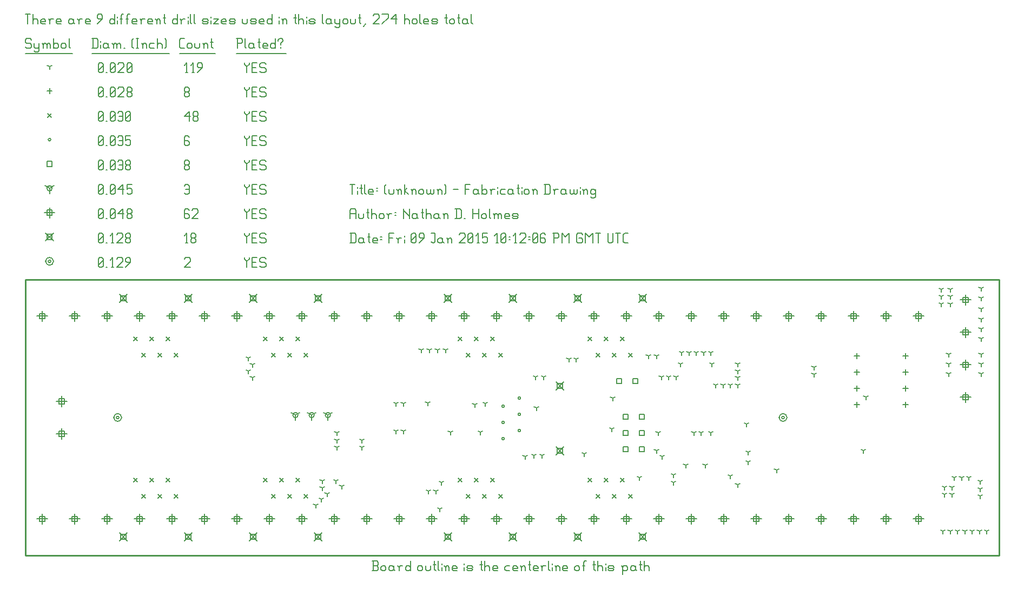
<source format=gbr>
G04 start of page 12 for group -3984 idx -3984 *
G04 Title: (unknown), fab *
G04 Creator: pcb 20140316 *
G04 CreationDate: Fri 09 Jan 2015 10:12:06 PM GMT UTC *
G04 For: ndholmes *
G04 Format: Gerber/RS-274X *
G04 PCB-Dimensions (mil): 6000.00 1700.00 *
G04 PCB-Coordinate-Origin: lower left *
%MOIN*%
%FSLAX25Y25*%
%LNFAB*%
%ADD111C,0.0100*%
%ADD110C,0.0060*%
%ADD109R,0.0080X0.0080*%
G54D109*X466200Y85000D02*G75*G03X467800Y85000I800J0D01*G01*
G75*G03X466200Y85000I-800J0D01*G01*
X464600D02*G75*G03X469400Y85000I2400J0D01*G01*
G75*G03X464600Y85000I-2400J0D01*G01*
X56200D02*G75*G03X57800Y85000I800J0D01*G01*
G75*G03X56200Y85000I-800J0D01*G01*
X54600D02*G75*G03X59400Y85000I2400J0D01*G01*
G75*G03X54600Y85000I-2400J0D01*G01*
X14200Y181250D02*G75*G03X15800Y181250I800J0D01*G01*
G75*G03X14200Y181250I-800J0D01*G01*
X12600D02*G75*G03X17400Y181250I2400J0D01*G01*
G75*G03X12600Y181250I-2400J0D01*G01*
G54D110*X135000Y183500D02*Y182750D01*
X136500Y181250D01*
X138000Y182750D01*
Y183500D02*Y182750D01*
X136500Y181250D02*Y177500D01*
X139800Y180500D02*X142050D01*
X139800Y177500D02*X142800D01*
X139800Y183500D02*Y177500D01*
Y183500D02*X142800D01*
X147600D02*X148350Y182750D01*
X145350Y183500D02*X147600D01*
X144600Y182750D02*X145350Y183500D01*
X144600Y182750D02*Y181250D01*
X145350Y180500D01*
X147600D01*
X148350Y179750D01*
Y178250D01*
X147600Y177500D02*X148350Y178250D01*
X145350Y177500D02*X147600D01*
X144600Y178250D02*X145350Y177500D01*
X98000Y182750D02*X98750Y183500D01*
X101000D01*
X101750Y182750D01*
Y181250D01*
X98000Y177500D02*X101750Y181250D01*
X98000Y177500D02*X101750D01*
X45000Y178250D02*X45750Y177500D01*
X45000Y182750D02*Y178250D01*
Y182750D02*X45750Y183500D01*
X47250D01*
X48000Y182750D01*
Y178250D01*
X47250Y177500D02*X48000Y178250D01*
X45750Y177500D02*X47250D01*
X45000Y179000D02*X48000Y182000D01*
X49800Y177500D02*X50550D01*
X53100D02*X54600D01*
X53850Y183500D02*Y177500D01*
X52350Y182000D02*X53850Y183500D01*
X56400Y182750D02*X57150Y183500D01*
X59400D01*
X60150Y182750D01*
Y181250D01*
X56400Y177500D02*X60150Y181250D01*
X56400Y177500D02*X60150D01*
X61950D02*X64950Y180500D01*
Y182750D02*Y180500D01*
X64200Y183500D02*X64950Y182750D01*
X62700Y183500D02*X64200D01*
X61950Y182750D02*X62700Y183500D01*
X61950Y182750D02*Y181250D01*
X62700Y180500D01*
X64950D01*
X98100Y160900D02*X102900Y156100D01*
X98100D02*X102900Y160900D01*
X98900Y160100D02*X102100D01*
X98900D02*Y156900D01*
X102100D01*
Y160100D02*Y156900D01*
X58100Y160900D02*X62900Y156100D01*
X58100D02*X62900Y160900D01*
X58900Y160100D02*X62100D01*
X58900D02*Y156900D01*
X62100D01*
Y160100D02*Y156900D01*
X258100Y13900D02*X262900Y9100D01*
X258100D02*X262900Y13900D01*
X258900Y13100D02*X262100D01*
X258900D02*Y9900D01*
X262100D01*
Y13100D02*Y9900D01*
X298100Y13900D02*X302900Y9100D01*
X298100D02*X302900Y13900D01*
X298900Y13100D02*X302100D01*
X298900D02*Y9900D01*
X302100D01*
Y13100D02*Y9900D01*
X58100Y13900D02*X62900Y9100D01*
X58100D02*X62900Y13900D01*
X58900Y13100D02*X62100D01*
X58900D02*Y9900D01*
X62100D01*
Y13100D02*Y9900D01*
X98100Y13900D02*X102900Y9100D01*
X98100D02*X102900Y13900D01*
X98900Y13100D02*X102100D01*
X98900D02*Y9900D01*
X102100D01*
Y13100D02*Y9900D01*
X338100Y13900D02*X342900Y9100D01*
X338100D02*X342900Y13900D01*
X338900Y13100D02*X342100D01*
X338900D02*Y9900D01*
X342100D01*
Y13100D02*Y9900D01*
X378100Y13900D02*X382900Y9100D01*
X378100D02*X382900Y13900D01*
X378900Y13100D02*X382100D01*
X378900D02*Y9900D01*
X382100D01*
Y13100D02*Y9900D01*
X138100Y13900D02*X142900Y9100D01*
X138100D02*X142900Y13900D01*
X138900Y13100D02*X142100D01*
X138900D02*Y9900D01*
X142100D01*
Y13100D02*Y9900D01*
X178100Y13900D02*X182900Y9100D01*
X178100D02*X182900Y13900D01*
X178900Y13100D02*X182100D01*
X178900D02*Y9900D01*
X182100D01*
Y13100D02*Y9900D01*
X378100Y160900D02*X382900Y156100D01*
X378100D02*X382900Y160900D01*
X378900Y160100D02*X382100D01*
X378900D02*Y156900D01*
X382100D01*
Y160100D02*Y156900D01*
X338100Y160900D02*X342900Y156100D01*
X338100D02*X342900Y160900D01*
X338900Y160100D02*X342100D01*
X338900D02*Y156900D01*
X342100D01*
Y160100D02*Y156900D01*
X298100Y160900D02*X302900Y156100D01*
X298100D02*X302900Y160900D01*
X298900Y160100D02*X302100D01*
X298900D02*Y156900D01*
X302100D01*
Y160100D02*Y156900D01*
X258100Y160900D02*X262900Y156100D01*
X258100D02*X262900Y160900D01*
X258900Y160100D02*X262100D01*
X258900D02*Y156900D01*
X262100D01*
Y160100D02*Y156900D01*
X327100Y66900D02*X331900Y62100D01*
X327100D02*X331900Y66900D01*
X327900Y66100D02*X331100D01*
X327900D02*Y62900D01*
X331100D01*
Y66100D02*Y62900D01*
X327100Y106900D02*X331900Y102100D01*
X327100D02*X331900Y106900D01*
X327900Y106100D02*X331100D01*
X327900D02*Y102900D01*
X331100D01*
Y106100D02*Y102900D01*
X178100Y160900D02*X182900Y156100D01*
X178100D02*X182900Y160900D01*
X178900Y160100D02*X182100D01*
X178900D02*Y156900D01*
X182100D01*
Y160100D02*Y156900D01*
X138100Y160900D02*X142900Y156100D01*
X138100D02*X142900Y160900D01*
X138900Y160100D02*X142100D01*
X138900D02*Y156900D01*
X142100D01*
Y160100D02*Y156900D01*
X12600Y198650D02*X17400Y193850D01*
X12600D02*X17400Y198650D01*
X13400Y197850D02*X16600D01*
X13400D02*Y194650D01*
X16600D01*
Y197850D02*Y194650D01*
X135000Y198500D02*Y197750D01*
X136500Y196250D01*
X138000Y197750D01*
Y198500D02*Y197750D01*
X136500Y196250D02*Y192500D01*
X139800Y195500D02*X142050D01*
X139800Y192500D02*X142800D01*
X139800Y198500D02*Y192500D01*
Y198500D02*X142800D01*
X147600D02*X148350Y197750D01*
X145350Y198500D02*X147600D01*
X144600Y197750D02*X145350Y198500D01*
X144600Y197750D02*Y196250D01*
X145350Y195500D01*
X147600D01*
X148350Y194750D01*
Y193250D01*
X147600Y192500D02*X148350Y193250D01*
X145350Y192500D02*X147600D01*
X144600Y193250D02*X145350Y192500D01*
X98750D02*X100250D01*
X99500Y198500D02*Y192500D01*
X98000Y197000D02*X99500Y198500D01*
X102050Y193250D02*X102800Y192500D01*
X102050Y194750D02*Y193250D01*
Y194750D02*X102800Y195500D01*
X104300D01*
X105050Y194750D01*
Y193250D01*
X104300Y192500D02*X105050Y193250D01*
X102800Y192500D02*X104300D01*
X102050Y196250D02*X102800Y195500D01*
X102050Y197750D02*Y196250D01*
Y197750D02*X102800Y198500D01*
X104300D01*
X105050Y197750D01*
Y196250D01*
X104300Y195500D02*X105050Y196250D01*
X45000Y193250D02*X45750Y192500D01*
X45000Y197750D02*Y193250D01*
Y197750D02*X45750Y198500D01*
X47250D01*
X48000Y197750D01*
Y193250D01*
X47250Y192500D02*X48000Y193250D01*
X45750Y192500D02*X47250D01*
X45000Y194000D02*X48000Y197000D01*
X49800Y192500D02*X50550D01*
X53100D02*X54600D01*
X53850Y198500D02*Y192500D01*
X52350Y197000D02*X53850Y198500D01*
X56400Y197750D02*X57150Y198500D01*
X59400D01*
X60150Y197750D01*
Y196250D01*
X56400Y192500D02*X60150Y196250D01*
X56400Y192500D02*X60150D01*
X61950Y193250D02*X62700Y192500D01*
X61950Y194750D02*Y193250D01*
Y194750D02*X62700Y195500D01*
X64200D01*
X64950Y194750D01*
Y193250D01*
X64200Y192500D02*X64950Y193250D01*
X62700Y192500D02*X64200D01*
X61950Y196250D02*X62700Y195500D01*
X61950Y197750D02*Y196250D01*
Y197750D02*X62700Y198500D01*
X64200D01*
X64950Y197750D01*
Y196250D01*
X64200Y195500D02*X64950Y196250D01*
X290500Y25700D02*Y19300D01*
X287300Y22500D02*X293700D01*
X288900Y24100D02*X292100D01*
X288900D02*Y20900D01*
X292100D01*
Y24100D02*Y20900D01*
X310500Y25700D02*Y19300D01*
X307300Y22500D02*X313700D01*
X308900Y24100D02*X312100D01*
X308900D02*Y20900D01*
X312100D01*
Y24100D02*Y20900D01*
X150500Y150700D02*Y144300D01*
X147300Y147500D02*X153700D01*
X148900Y149100D02*X152100D01*
X148900D02*Y145900D01*
X152100D01*
Y149100D02*Y145900D01*
X130500Y150700D02*Y144300D01*
X127300Y147500D02*X133700D01*
X128900Y149100D02*X132100D01*
X128900D02*Y145900D01*
X132100D01*
Y149100D02*Y145900D01*
X30500Y150700D02*Y144300D01*
X27300Y147500D02*X33700D01*
X28900Y149100D02*X32100D01*
X28900D02*Y145900D01*
X32100D01*
Y149100D02*Y145900D01*
X10500Y150700D02*Y144300D01*
X7300Y147500D02*X13700D01*
X8900Y149100D02*X12100D01*
X8900D02*Y145900D01*
X12100D01*
Y149100D02*Y145900D01*
X470500Y150700D02*Y144300D01*
X467300Y147500D02*X473700D01*
X468900Y149100D02*X472100D01*
X468900D02*Y145900D01*
X472100D01*
Y149100D02*Y145900D01*
X450500Y150700D02*Y144300D01*
X447300Y147500D02*X453700D01*
X448900Y149100D02*X452100D01*
X448900D02*Y145900D01*
X452100D01*
Y149100D02*Y145900D01*
X510500Y150700D02*Y144300D01*
X507300Y147500D02*X513700D01*
X508900Y149100D02*X512100D01*
X508900D02*Y145900D01*
X512100D01*
Y149100D02*Y145900D01*
X490500Y150700D02*Y144300D01*
X487300Y147500D02*X493700D01*
X488900Y149100D02*X492100D01*
X488900D02*Y145900D01*
X492100D01*
Y149100D02*Y145900D01*
X490500Y25700D02*Y19300D01*
X487300Y22500D02*X493700D01*
X488900Y24100D02*X492100D01*
X488900D02*Y20900D01*
X492100D01*
Y24100D02*Y20900D01*
X510500Y25700D02*Y19300D01*
X507300Y22500D02*X513700D01*
X508900Y24100D02*X512100D01*
X508900D02*Y20900D01*
X512100D01*
Y24100D02*Y20900D01*
X50500Y25700D02*Y19300D01*
X47300Y22500D02*X53700D01*
X48900Y24100D02*X52100D01*
X48900D02*Y20900D01*
X52100D01*
Y24100D02*Y20900D01*
X70500Y25700D02*Y19300D01*
X67300Y22500D02*X73700D01*
X68900Y24100D02*X72100D01*
X68900D02*Y20900D01*
X72100D01*
Y24100D02*Y20900D01*
X250500Y25700D02*Y19300D01*
X247300Y22500D02*X253700D01*
X248900Y24100D02*X252100D01*
X248900D02*Y20900D01*
X252100D01*
Y24100D02*Y20900D01*
X270500Y25700D02*Y19300D01*
X267300Y22500D02*X273700D01*
X268900Y24100D02*X272100D01*
X268900D02*Y20900D01*
X272100D01*
Y24100D02*Y20900D01*
X70500Y150700D02*Y144300D01*
X67300Y147500D02*X73700D01*
X68900Y149100D02*X72100D01*
X68900D02*Y145900D01*
X72100D01*
Y149100D02*Y145900D01*
X50500Y150700D02*Y144300D01*
X47300Y147500D02*X53700D01*
X48900Y149100D02*X52100D01*
X48900D02*Y145900D01*
X52100D01*
Y149100D02*Y145900D01*
X370500Y25700D02*Y19300D01*
X367300Y22500D02*X373700D01*
X368900Y24100D02*X372100D01*
X368900D02*Y20900D01*
X372100D01*
Y24100D02*Y20900D01*
X390500Y25700D02*Y19300D01*
X387300Y22500D02*X393700D01*
X388900Y24100D02*X392100D01*
X388900D02*Y20900D01*
X392100D01*
Y24100D02*Y20900D01*
X90500Y25700D02*Y19300D01*
X87300Y22500D02*X93700D01*
X88900Y24100D02*X92100D01*
X88900D02*Y20900D01*
X92100D01*
Y24100D02*Y20900D01*
X110500Y25700D02*Y19300D01*
X107300Y22500D02*X113700D01*
X108900Y24100D02*X112100D01*
X108900D02*Y20900D01*
X112100D01*
Y24100D02*Y20900D01*
X170500Y25700D02*Y19300D01*
X167300Y22500D02*X173700D01*
X168900Y24100D02*X172100D01*
X168900D02*Y20900D01*
X172100D01*
Y24100D02*Y20900D01*
X190500Y25700D02*Y19300D01*
X187300Y22500D02*X193700D01*
X188900Y24100D02*X192100D01*
X188900D02*Y20900D01*
X192100D01*
Y24100D02*Y20900D01*
X130500Y25700D02*Y19300D01*
X127300Y22500D02*X133700D01*
X128900Y24100D02*X132100D01*
X128900D02*Y20900D01*
X132100D01*
Y24100D02*Y20900D01*
X150500Y25700D02*Y19300D01*
X147300Y22500D02*X153700D01*
X148900Y24100D02*X152100D01*
X148900D02*Y20900D01*
X152100D01*
Y24100D02*Y20900D01*
X210500Y25700D02*Y19300D01*
X207300Y22500D02*X213700D01*
X208900Y24100D02*X212100D01*
X208900D02*Y20900D01*
X212100D01*
Y24100D02*Y20900D01*
X230500Y25700D02*Y19300D01*
X227300Y22500D02*X233700D01*
X228900Y24100D02*X232100D01*
X228900D02*Y20900D01*
X232100D01*
Y24100D02*Y20900D01*
X230500Y150700D02*Y144300D01*
X227300Y147500D02*X233700D01*
X228900Y149100D02*X232100D01*
X228900D02*Y145900D01*
X232100D01*
Y149100D02*Y145900D01*
X210500Y150700D02*Y144300D01*
X207300Y147500D02*X213700D01*
X208900Y149100D02*X212100D01*
X208900D02*Y145900D01*
X212100D01*
Y149100D02*Y145900D01*
X330500Y25700D02*Y19300D01*
X327300Y22500D02*X333700D01*
X328900Y24100D02*X332100D01*
X328900D02*Y20900D01*
X332100D01*
Y24100D02*Y20900D01*
X350500Y25700D02*Y19300D01*
X347300Y22500D02*X353700D01*
X348900Y24100D02*X352100D01*
X348900D02*Y20900D01*
X352100D01*
Y24100D02*Y20900D01*
X450500Y25700D02*Y19300D01*
X447300Y22500D02*X453700D01*
X448900Y24100D02*X452100D01*
X448900D02*Y20900D01*
X452100D01*
Y24100D02*Y20900D01*
X470500Y25700D02*Y19300D01*
X467300Y22500D02*X473700D01*
X468900Y24100D02*X472100D01*
X468900D02*Y20900D01*
X472100D01*
Y24100D02*Y20900D01*
X390500Y150700D02*Y144300D01*
X387300Y147500D02*X393700D01*
X388900Y149100D02*X392100D01*
X388900D02*Y145900D01*
X392100D01*
Y149100D02*Y145900D01*
X370500Y150700D02*Y144300D01*
X367300Y147500D02*X373700D01*
X368900Y149100D02*X372100D01*
X368900D02*Y145900D01*
X372100D01*
Y149100D02*Y145900D01*
X270500Y150700D02*Y144300D01*
X267300Y147500D02*X273700D01*
X268900Y149100D02*X272100D01*
X268900D02*Y145900D01*
X272100D01*
Y149100D02*Y145900D01*
X250500Y150700D02*Y144300D01*
X247300Y147500D02*X253700D01*
X248900Y149100D02*X252100D01*
X248900D02*Y145900D01*
X252100D01*
Y149100D02*Y145900D01*
X22500Y98200D02*Y91800D01*
X19300Y95000D02*X25700D01*
X20900Y96600D02*X24100D01*
X20900D02*Y93400D01*
X24100D01*
Y96600D02*Y93400D01*
X22500Y78200D02*Y71800D01*
X19300Y75000D02*X25700D01*
X20900Y76600D02*X24100D01*
X20900D02*Y73400D01*
X24100D01*
Y76600D02*Y73400D01*
X350500Y150700D02*Y144300D01*
X347300Y147500D02*X353700D01*
X348900Y149100D02*X352100D01*
X348900D02*Y145900D01*
X352100D01*
Y149100D02*Y145900D01*
X330500Y150700D02*Y144300D01*
X327300Y147500D02*X333700D01*
X328900Y149100D02*X332100D01*
X328900D02*Y145900D01*
X332100D01*
Y149100D02*Y145900D01*
X310500Y150700D02*Y144300D01*
X307300Y147500D02*X313700D01*
X308900Y149100D02*X312100D01*
X308900D02*Y145900D01*
X312100D01*
Y149100D02*Y145900D01*
X290500Y150700D02*Y144300D01*
X287300Y147500D02*X293700D01*
X288900Y149100D02*X292100D01*
X288900D02*Y145900D01*
X292100D01*
Y149100D02*Y145900D01*
X430500Y150700D02*Y144300D01*
X427300Y147500D02*X433700D01*
X428900Y149100D02*X432100D01*
X428900D02*Y145900D01*
X432100D01*
Y149100D02*Y145900D01*
X410500Y150700D02*Y144300D01*
X407300Y147500D02*X413700D01*
X408900Y149100D02*X412100D01*
X408900D02*Y145900D01*
X412100D01*
Y149100D02*Y145900D01*
X110500Y150700D02*Y144300D01*
X107300Y147500D02*X113700D01*
X108900Y149100D02*X112100D01*
X108900D02*Y145900D01*
X112100D01*
Y149100D02*Y145900D01*
X90500Y150700D02*Y144300D01*
X87300Y147500D02*X93700D01*
X88900Y149100D02*X92100D01*
X88900D02*Y145900D01*
X92100D01*
Y149100D02*Y145900D01*
X190500Y150700D02*Y144300D01*
X187300Y147500D02*X193700D01*
X188900Y149100D02*X192100D01*
X188900D02*Y145900D01*
X192100D01*
Y149100D02*Y145900D01*
X170500Y150700D02*Y144300D01*
X167300Y147500D02*X173700D01*
X168900Y149100D02*X172100D01*
X168900D02*Y145900D01*
X172100D01*
Y149100D02*Y145900D01*
X10500Y25700D02*Y19300D01*
X7300Y22500D02*X13700D01*
X8900Y24100D02*X12100D01*
X8900D02*Y20900D01*
X12100D01*
Y24100D02*Y20900D01*
X30500Y25700D02*Y19300D01*
X27300Y22500D02*X33700D01*
X28900Y24100D02*X32100D01*
X28900D02*Y20900D01*
X32100D01*
Y24100D02*Y20900D01*
X530500Y25700D02*Y19300D01*
X527300Y22500D02*X533700D01*
X528900Y24100D02*X532100D01*
X528900D02*Y20900D01*
X532100D01*
Y24100D02*Y20900D01*
X550500Y25700D02*Y19300D01*
X547300Y22500D02*X553700D01*
X548900Y24100D02*X552100D01*
X548900D02*Y20900D01*
X552100D01*
Y24100D02*Y20900D01*
X550500Y150700D02*Y144300D01*
X547300Y147500D02*X553700D01*
X548900Y149100D02*X552100D01*
X548900D02*Y145900D01*
X552100D01*
Y149100D02*Y145900D01*
X530500Y150700D02*Y144300D01*
X527300Y147500D02*X533700D01*
X528900Y149100D02*X532100D01*
X528900D02*Y145900D01*
X532100D01*
Y149100D02*Y145900D01*
X579500Y140700D02*Y134300D01*
X576300Y137500D02*X582700D01*
X577900Y139100D02*X581100D01*
X577900D02*Y135900D01*
X581100D01*
Y139100D02*Y135900D01*
X579500Y160700D02*Y154300D01*
X576300Y157500D02*X582700D01*
X577900Y159100D02*X581100D01*
X577900D02*Y155900D01*
X581100D01*
Y159100D02*Y155900D01*
X579500Y100700D02*Y94300D01*
X576300Y97500D02*X582700D01*
X577900Y99100D02*X581100D01*
X577900D02*Y95900D01*
X581100D01*
Y99100D02*Y95900D01*
X579500Y120700D02*Y114300D01*
X576300Y117500D02*X582700D01*
X577900Y119100D02*X581100D01*
X577900D02*Y115900D01*
X581100D01*
Y119100D02*Y115900D01*
X410500Y25700D02*Y19300D01*
X407300Y22500D02*X413700D01*
X408900Y24100D02*X412100D01*
X408900D02*Y20900D01*
X412100D01*
Y24100D02*Y20900D01*
X430500Y25700D02*Y19300D01*
X427300Y22500D02*X433700D01*
X428900Y24100D02*X432100D01*
X428900D02*Y20900D01*
X432100D01*
Y24100D02*Y20900D01*
X15000Y214450D02*Y208050D01*
X11800Y211250D02*X18200D01*
X13400Y212850D02*X16600D01*
X13400D02*Y209650D01*
X16600D01*
Y212850D02*Y209650D01*
X135000Y213500D02*Y212750D01*
X136500Y211250D01*
X138000Y212750D01*
Y213500D02*Y212750D01*
X136500Y211250D02*Y207500D01*
X139800Y210500D02*X142050D01*
X139800Y207500D02*X142800D01*
X139800Y213500D02*Y207500D01*
Y213500D02*X142800D01*
X147600D02*X148350Y212750D01*
X145350Y213500D02*X147600D01*
X144600Y212750D02*X145350Y213500D01*
X144600Y212750D02*Y211250D01*
X145350Y210500D01*
X147600D01*
X148350Y209750D01*
Y208250D01*
X147600Y207500D02*X148350Y208250D01*
X145350Y207500D02*X147600D01*
X144600Y208250D02*X145350Y207500D01*
X100250Y213500D02*X101000Y212750D01*
X98750Y213500D02*X100250D01*
X98000Y212750D02*X98750Y213500D01*
X98000Y212750D02*Y208250D01*
X98750Y207500D01*
X100250Y210500D02*X101000Y209750D01*
X98000Y210500D02*X100250D01*
X98750Y207500D02*X100250D01*
X101000Y208250D01*
Y209750D02*Y208250D01*
X102800Y212750D02*X103550Y213500D01*
X105800D01*
X106550Y212750D01*
Y211250D01*
X102800Y207500D02*X106550Y211250D01*
X102800Y207500D02*X106550D01*
X45000Y208250D02*X45750Y207500D01*
X45000Y212750D02*Y208250D01*
Y212750D02*X45750Y213500D01*
X47250D01*
X48000Y212750D01*
Y208250D01*
X47250Y207500D02*X48000Y208250D01*
X45750Y207500D02*X47250D01*
X45000Y209000D02*X48000Y212000D01*
X49800Y207500D02*X50550D01*
X52350Y208250D02*X53100Y207500D01*
X52350Y212750D02*Y208250D01*
Y212750D02*X53100Y213500D01*
X54600D01*
X55350Y212750D01*
Y208250D01*
X54600Y207500D02*X55350Y208250D01*
X53100Y207500D02*X54600D01*
X52350Y209000D02*X55350Y212000D01*
X57150Y210500D02*X60150Y213500D01*
X57150Y210500D02*X60900D01*
X60150Y213500D02*Y207500D01*
X62700Y208250D02*X63450Y207500D01*
X62700Y209750D02*Y208250D01*
Y209750D02*X63450Y210500D01*
X64950D01*
X65700Y209750D01*
Y208250D01*
X64950Y207500D02*X65700Y208250D01*
X63450Y207500D02*X64950D01*
X62700Y211250D02*X63450Y210500D01*
X62700Y212750D02*Y211250D01*
Y212750D02*X63450Y213500D01*
X64950D01*
X65700Y212750D01*
Y211250D01*
X64950Y210500D02*X65700Y211250D01*
X186500Y86500D02*Y83300D01*
Y86500D02*X189273Y88100D01*
X186500Y86500D02*X183727Y88100D01*
X184900Y86500D02*G75*G03X188100Y86500I1600J0D01*G01*
G75*G03X184900Y86500I-1600J0D01*G01*
X176500D02*Y83300D01*
Y86500D02*X179273Y88100D01*
X176500Y86500D02*X173727Y88100D01*
X174900Y86500D02*G75*G03X178100Y86500I1600J0D01*G01*
G75*G03X174900Y86500I-1600J0D01*G01*
X166500D02*Y83300D01*
Y86500D02*X169273Y88100D01*
X166500Y86500D02*X163727Y88100D01*
X164900Y86500D02*G75*G03X168100Y86500I1600J0D01*G01*
G75*G03X164900Y86500I-1600J0D01*G01*
X15000Y226250D02*Y223050D01*
Y226250D02*X17773Y227850D01*
X15000Y226250D02*X12227Y227850D01*
X13400Y226250D02*G75*G03X16600Y226250I1600J0D01*G01*
G75*G03X13400Y226250I-1600J0D01*G01*
X135000Y228500D02*Y227750D01*
X136500Y226250D01*
X138000Y227750D01*
Y228500D02*Y227750D01*
X136500Y226250D02*Y222500D01*
X139800Y225500D02*X142050D01*
X139800Y222500D02*X142800D01*
X139800Y228500D02*Y222500D01*
Y228500D02*X142800D01*
X147600D02*X148350Y227750D01*
X145350Y228500D02*X147600D01*
X144600Y227750D02*X145350Y228500D01*
X144600Y227750D02*Y226250D01*
X145350Y225500D01*
X147600D01*
X148350Y224750D01*
Y223250D01*
X147600Y222500D02*X148350Y223250D01*
X145350Y222500D02*X147600D01*
X144600Y223250D02*X145350Y222500D01*
X98000Y227750D02*X98750Y228500D01*
X100250D01*
X101000Y227750D01*
Y223250D01*
X100250Y222500D02*X101000Y223250D01*
X98750Y222500D02*X100250D01*
X98000Y223250D02*X98750Y222500D01*
Y225500D02*X101000D01*
X45000Y223250D02*X45750Y222500D01*
X45000Y227750D02*Y223250D01*
Y227750D02*X45750Y228500D01*
X47250D01*
X48000Y227750D01*
Y223250D01*
X47250Y222500D02*X48000Y223250D01*
X45750Y222500D02*X47250D01*
X45000Y224000D02*X48000Y227000D01*
X49800Y222500D02*X50550D01*
X52350Y223250D02*X53100Y222500D01*
X52350Y227750D02*Y223250D01*
Y227750D02*X53100Y228500D01*
X54600D01*
X55350Y227750D01*
Y223250D01*
X54600Y222500D02*X55350Y223250D01*
X53100Y222500D02*X54600D01*
X52350Y224000D02*X55350Y227000D01*
X57150Y225500D02*X60150Y228500D01*
X57150Y225500D02*X60900D01*
X60150Y228500D02*Y222500D01*
X62700Y228500D02*X65700D01*
X62700D02*Y225500D01*
X63450Y226250D01*
X64950D01*
X65700Y225500D01*
Y223250D01*
X64950Y222500D02*X65700Y223250D01*
X63450Y222500D02*X64950D01*
X62700Y223250D02*X63450Y222500D01*
X374400Y109100D02*X377600D01*
X374400D02*Y105900D01*
X377600D01*
Y109100D02*Y105900D01*
X364400Y109100D02*X367600D01*
X364400D02*Y105900D01*
X367600D01*
Y109100D02*Y105900D01*
X378400Y67100D02*X381600D01*
X378400D02*Y63900D01*
X381600D01*
Y67100D02*Y63900D01*
X378400Y77100D02*X381600D01*
X378400D02*Y73900D01*
X381600D01*
Y77100D02*Y73900D01*
X378400Y87100D02*X381600D01*
X378400D02*Y83900D01*
X381600D01*
Y87100D02*Y83900D01*
X368400Y67100D02*X371600D01*
X368400D02*Y63900D01*
X371600D01*
Y67100D02*Y63900D01*
X368400Y77100D02*X371600D01*
X368400D02*Y73900D01*
X371600D01*
Y77100D02*Y73900D01*
X368400Y87100D02*X371600D01*
X368400D02*Y83900D01*
X371600D01*
Y87100D02*Y83900D01*
X13400Y242850D02*X16600D01*
X13400D02*Y239650D01*
X16600D01*
Y242850D02*Y239650D01*
X135000Y243500D02*Y242750D01*
X136500Y241250D01*
X138000Y242750D01*
Y243500D02*Y242750D01*
X136500Y241250D02*Y237500D01*
X139800Y240500D02*X142050D01*
X139800Y237500D02*X142800D01*
X139800Y243500D02*Y237500D01*
Y243500D02*X142800D01*
X147600D02*X148350Y242750D01*
X145350Y243500D02*X147600D01*
X144600Y242750D02*X145350Y243500D01*
X144600Y242750D02*Y241250D01*
X145350Y240500D01*
X147600D01*
X148350Y239750D01*
Y238250D01*
X147600Y237500D02*X148350Y238250D01*
X145350Y237500D02*X147600D01*
X144600Y238250D02*X145350Y237500D01*
X98000Y238250D02*X98750Y237500D01*
X98000Y239750D02*Y238250D01*
Y239750D02*X98750Y240500D01*
X100250D01*
X101000Y239750D01*
Y238250D01*
X100250Y237500D02*X101000Y238250D01*
X98750Y237500D02*X100250D01*
X98000Y241250D02*X98750Y240500D01*
X98000Y242750D02*Y241250D01*
Y242750D02*X98750Y243500D01*
X100250D01*
X101000Y242750D01*
Y241250D01*
X100250Y240500D02*X101000Y241250D01*
X45000Y238250D02*X45750Y237500D01*
X45000Y242750D02*Y238250D01*
Y242750D02*X45750Y243500D01*
X47250D01*
X48000Y242750D01*
Y238250D01*
X47250Y237500D02*X48000Y238250D01*
X45750Y237500D02*X47250D01*
X45000Y239000D02*X48000Y242000D01*
X49800Y237500D02*X50550D01*
X52350Y238250D02*X53100Y237500D01*
X52350Y242750D02*Y238250D01*
Y242750D02*X53100Y243500D01*
X54600D01*
X55350Y242750D01*
Y238250D01*
X54600Y237500D02*X55350Y238250D01*
X53100Y237500D02*X54600D01*
X52350Y239000D02*X55350Y242000D01*
X57150Y242750D02*X57900Y243500D01*
X59400D01*
X60150Y242750D01*
Y238250D01*
X59400Y237500D02*X60150Y238250D01*
X57900Y237500D02*X59400D01*
X57150Y238250D02*X57900Y237500D01*
Y240500D02*X60150D01*
X61950Y238250D02*X62700Y237500D01*
X61950Y239750D02*Y238250D01*
Y239750D02*X62700Y240500D01*
X64200D01*
X64950Y239750D01*
Y238250D01*
X64200Y237500D02*X64950Y238250D01*
X62700Y237500D02*X64200D01*
X61950Y241250D02*X62700Y240500D01*
X61950Y242750D02*Y241250D01*
Y242750D02*X62700Y243500D01*
X64200D01*
X64950Y242750D01*
Y241250D01*
X64200Y240500D02*X64950Y241250D01*
X293700Y72000D02*G75*G03X295300Y72000I800J0D01*G01*
G75*G03X293700Y72000I-800J0D01*G01*
X303700Y77000D02*G75*G03X305300Y77000I800J0D01*G01*
G75*G03X303700Y77000I-800J0D01*G01*
X293700Y82000D02*G75*G03X295300Y82000I800J0D01*G01*
G75*G03X293700Y82000I-800J0D01*G01*
X303700Y87000D02*G75*G03X305300Y87000I800J0D01*G01*
G75*G03X303700Y87000I-800J0D01*G01*
X293700Y92000D02*G75*G03X295300Y92000I800J0D01*G01*
G75*G03X293700Y92000I-800J0D01*G01*
X303700Y97000D02*G75*G03X305300Y97000I800J0D01*G01*
G75*G03X303700Y97000I-800J0D01*G01*
X14200Y256250D02*G75*G03X15800Y256250I800J0D01*G01*
G75*G03X14200Y256250I-800J0D01*G01*
X135000Y258500D02*Y257750D01*
X136500Y256250D01*
X138000Y257750D01*
Y258500D02*Y257750D01*
X136500Y256250D02*Y252500D01*
X139800Y255500D02*X142050D01*
X139800Y252500D02*X142800D01*
X139800Y258500D02*Y252500D01*
Y258500D02*X142800D01*
X147600D02*X148350Y257750D01*
X145350Y258500D02*X147600D01*
X144600Y257750D02*X145350Y258500D01*
X144600Y257750D02*Y256250D01*
X145350Y255500D01*
X147600D01*
X148350Y254750D01*
Y253250D01*
X147600Y252500D02*X148350Y253250D01*
X145350Y252500D02*X147600D01*
X144600Y253250D02*X145350Y252500D01*
X100250Y258500D02*X101000Y257750D01*
X98750Y258500D02*X100250D01*
X98000Y257750D02*X98750Y258500D01*
X98000Y257750D02*Y253250D01*
X98750Y252500D01*
X100250Y255500D02*X101000Y254750D01*
X98000Y255500D02*X100250D01*
X98750Y252500D02*X100250D01*
X101000Y253250D01*
Y254750D02*Y253250D01*
X45000D02*X45750Y252500D01*
X45000Y257750D02*Y253250D01*
Y257750D02*X45750Y258500D01*
X47250D01*
X48000Y257750D01*
Y253250D01*
X47250Y252500D02*X48000Y253250D01*
X45750Y252500D02*X47250D01*
X45000Y254000D02*X48000Y257000D01*
X49800Y252500D02*X50550D01*
X52350Y253250D02*X53100Y252500D01*
X52350Y257750D02*Y253250D01*
Y257750D02*X53100Y258500D01*
X54600D01*
X55350Y257750D01*
Y253250D01*
X54600Y252500D02*X55350Y253250D01*
X53100Y252500D02*X54600D01*
X52350Y254000D02*X55350Y257000D01*
X57150Y257750D02*X57900Y258500D01*
X59400D01*
X60150Y257750D01*
Y253250D01*
X59400Y252500D02*X60150Y253250D01*
X57900Y252500D02*X59400D01*
X57150Y253250D02*X57900Y252500D01*
Y255500D02*X60150D01*
X61950Y258500D02*X64950D01*
X61950D02*Y255500D01*
X62700Y256250D01*
X64200D01*
X64950Y255500D01*
Y253250D01*
X64200Y252500D02*X64950Y253250D01*
X62700Y252500D02*X64200D01*
X61950Y253250D02*X62700Y252500D01*
X91800Y124700D02*X94200Y122300D01*
X91800D02*X94200Y124700D01*
X86800Y134700D02*X89200Y132300D01*
X86800D02*X89200Y134700D01*
X81800Y124700D02*X84200Y122300D01*
X81800D02*X84200Y124700D01*
X76800Y134700D02*X79200Y132300D01*
X76800D02*X79200Y134700D01*
X71800Y124700D02*X74200Y122300D01*
X71800D02*X74200Y124700D01*
X66800Y134700D02*X69200Y132300D01*
X66800D02*X69200Y134700D01*
X266800Y47700D02*X269200Y45300D01*
X266800D02*X269200Y47700D01*
X271800Y37700D02*X274200Y35300D01*
X271800D02*X274200Y37700D01*
X276800Y47700D02*X279200Y45300D01*
X276800D02*X279200Y47700D01*
X281800Y37700D02*X284200Y35300D01*
X281800D02*X284200Y37700D01*
X286800Y47700D02*X289200Y45300D01*
X286800D02*X289200Y47700D01*
X291800Y37700D02*X294200Y35300D01*
X291800D02*X294200Y37700D01*
X66800Y47700D02*X69200Y45300D01*
X66800D02*X69200Y47700D01*
X71800Y37700D02*X74200Y35300D01*
X71800D02*X74200Y37700D01*
X76800Y47700D02*X79200Y45300D01*
X76800D02*X79200Y47700D01*
X81800Y37700D02*X84200Y35300D01*
X81800D02*X84200Y37700D01*
X86800Y47700D02*X89200Y45300D01*
X86800D02*X89200Y47700D01*
X91800Y37700D02*X94200Y35300D01*
X91800D02*X94200Y37700D01*
X346800Y47700D02*X349200Y45300D01*
X346800D02*X349200Y47700D01*
X351800Y37700D02*X354200Y35300D01*
X351800D02*X354200Y37700D01*
X356800Y47700D02*X359200Y45300D01*
X356800D02*X359200Y47700D01*
X361800Y37700D02*X364200Y35300D01*
X361800D02*X364200Y37700D01*
X366800Y47700D02*X369200Y45300D01*
X366800D02*X369200Y47700D01*
X371800Y37700D02*X374200Y35300D01*
X371800D02*X374200Y37700D01*
X146800Y47700D02*X149200Y45300D01*
X146800D02*X149200Y47700D01*
X151800Y37700D02*X154200Y35300D01*
X151800D02*X154200Y37700D01*
X156800Y47700D02*X159200Y45300D01*
X156800D02*X159200Y47700D01*
X161800Y37700D02*X164200Y35300D01*
X161800D02*X164200Y37700D01*
X166800Y47700D02*X169200Y45300D01*
X166800D02*X169200Y47700D01*
X171800Y37700D02*X174200Y35300D01*
X171800D02*X174200Y37700D01*
X371800Y124700D02*X374200Y122300D01*
X371800D02*X374200Y124700D01*
X366800Y134700D02*X369200Y132300D01*
X366800D02*X369200Y134700D01*
X361800Y124700D02*X364200Y122300D01*
X361800D02*X364200Y124700D01*
X356800Y134700D02*X359200Y132300D01*
X356800D02*X359200Y134700D01*
X351800Y124700D02*X354200Y122300D01*
X351800D02*X354200Y124700D01*
X346800Y134700D02*X349200Y132300D01*
X346800D02*X349200Y134700D01*
X291800Y124700D02*X294200Y122300D01*
X291800D02*X294200Y124700D01*
X286800Y134700D02*X289200Y132300D01*
X286800D02*X289200Y134700D01*
X281800Y124700D02*X284200Y122300D01*
X281800D02*X284200Y124700D01*
X276800Y134700D02*X279200Y132300D01*
X276800D02*X279200Y134700D01*
X271800Y124700D02*X274200Y122300D01*
X271800D02*X274200Y124700D01*
X266800Y134700D02*X269200Y132300D01*
X266800D02*X269200Y134700D01*
X171800Y124700D02*X174200Y122300D01*
X171800D02*X174200Y124700D01*
X166800Y134700D02*X169200Y132300D01*
X166800D02*X169200Y134700D01*
X161800Y124700D02*X164200Y122300D01*
X161800D02*X164200Y124700D01*
X156800Y134700D02*X159200Y132300D01*
X156800D02*X159200Y134700D01*
X151800Y124700D02*X154200Y122300D01*
X151800D02*X154200Y124700D01*
X146800Y134700D02*X149200Y132300D01*
X146800D02*X149200Y134700D01*
X13800Y272450D02*X16200Y270050D01*
X13800D02*X16200Y272450D01*
X135000Y273500D02*Y272750D01*
X136500Y271250D01*
X138000Y272750D01*
Y273500D02*Y272750D01*
X136500Y271250D02*Y267500D01*
X139800Y270500D02*X142050D01*
X139800Y267500D02*X142800D01*
X139800Y273500D02*Y267500D01*
Y273500D02*X142800D01*
X147600D02*X148350Y272750D01*
X145350Y273500D02*X147600D01*
X144600Y272750D02*X145350Y273500D01*
X144600Y272750D02*Y271250D01*
X145350Y270500D01*
X147600D01*
X148350Y269750D01*
Y268250D01*
X147600Y267500D02*X148350Y268250D01*
X145350Y267500D02*X147600D01*
X144600Y268250D02*X145350Y267500D01*
X98000Y270500D02*X101000Y273500D01*
X98000Y270500D02*X101750D01*
X101000Y273500D02*Y267500D01*
X103550Y268250D02*X104300Y267500D01*
X103550Y269750D02*Y268250D01*
Y269750D02*X104300Y270500D01*
X105800D01*
X106550Y269750D01*
Y268250D01*
X105800Y267500D02*X106550Y268250D01*
X104300Y267500D02*X105800D01*
X103550Y271250D02*X104300Y270500D01*
X103550Y272750D02*Y271250D01*
Y272750D02*X104300Y273500D01*
X105800D01*
X106550Y272750D01*
Y271250D01*
X105800Y270500D02*X106550Y271250D01*
X45000Y268250D02*X45750Y267500D01*
X45000Y272750D02*Y268250D01*
Y272750D02*X45750Y273500D01*
X47250D01*
X48000Y272750D01*
Y268250D01*
X47250Y267500D02*X48000Y268250D01*
X45750Y267500D02*X47250D01*
X45000Y269000D02*X48000Y272000D01*
X49800Y267500D02*X50550D01*
X52350Y268250D02*X53100Y267500D01*
X52350Y272750D02*Y268250D01*
Y272750D02*X53100Y273500D01*
X54600D01*
X55350Y272750D01*
Y268250D01*
X54600Y267500D02*X55350Y268250D01*
X53100Y267500D02*X54600D01*
X52350Y269000D02*X55350Y272000D01*
X57150Y272750D02*X57900Y273500D01*
X59400D01*
X60150Y272750D01*
Y268250D01*
X59400Y267500D02*X60150Y268250D01*
X57900Y267500D02*X59400D01*
X57150Y268250D02*X57900Y267500D01*
Y270500D02*X60150D01*
X61950Y268250D02*X62700Y267500D01*
X61950Y272750D02*Y268250D01*
Y272750D02*X62700Y273500D01*
X64200D01*
X64950Y272750D01*
Y268250D01*
X64200Y267500D02*X64950Y268250D01*
X62700Y267500D02*X64200D01*
X61950Y269000D02*X64950Y272000D01*
X512500Y124600D02*Y121400D01*
X510900Y123000D02*X514100D01*
X512500Y114600D02*Y111400D01*
X510900Y113000D02*X514100D01*
X512500Y104600D02*Y101400D01*
X510900Y103000D02*X514100D01*
X512500Y94600D02*Y91400D01*
X510900Y93000D02*X514100D01*
X542500Y94600D02*Y91400D01*
X540900Y93000D02*X544100D01*
X542500Y104600D02*Y101400D01*
X540900Y103000D02*X544100D01*
X542500Y114600D02*Y111400D01*
X540900Y113000D02*X544100D01*
X542500Y124600D02*Y121400D01*
X540900Y123000D02*X544100D01*
X15000Y287850D02*Y284650D01*
X13400Y286250D02*X16600D01*
X135000Y288500D02*Y287750D01*
X136500Y286250D01*
X138000Y287750D01*
Y288500D02*Y287750D01*
X136500Y286250D02*Y282500D01*
X139800Y285500D02*X142050D01*
X139800Y282500D02*X142800D01*
X139800Y288500D02*Y282500D01*
Y288500D02*X142800D01*
X147600D02*X148350Y287750D01*
X145350Y288500D02*X147600D01*
X144600Y287750D02*X145350Y288500D01*
X144600Y287750D02*Y286250D01*
X145350Y285500D01*
X147600D01*
X148350Y284750D01*
Y283250D01*
X147600Y282500D02*X148350Y283250D01*
X145350Y282500D02*X147600D01*
X144600Y283250D02*X145350Y282500D01*
X98000Y283250D02*X98750Y282500D01*
X98000Y284750D02*Y283250D01*
Y284750D02*X98750Y285500D01*
X100250D01*
X101000Y284750D01*
Y283250D01*
X100250Y282500D02*X101000Y283250D01*
X98750Y282500D02*X100250D01*
X98000Y286250D02*X98750Y285500D01*
X98000Y287750D02*Y286250D01*
Y287750D02*X98750Y288500D01*
X100250D01*
X101000Y287750D01*
Y286250D01*
X100250Y285500D02*X101000Y286250D01*
X45000Y283250D02*X45750Y282500D01*
X45000Y287750D02*Y283250D01*
Y287750D02*X45750Y288500D01*
X47250D01*
X48000Y287750D01*
Y283250D01*
X47250Y282500D02*X48000Y283250D01*
X45750Y282500D02*X47250D01*
X45000Y284000D02*X48000Y287000D01*
X49800Y282500D02*X50550D01*
X52350Y283250D02*X53100Y282500D01*
X52350Y287750D02*Y283250D01*
Y287750D02*X53100Y288500D01*
X54600D01*
X55350Y287750D01*
Y283250D01*
X54600Y282500D02*X55350Y283250D01*
X53100Y282500D02*X54600D01*
X52350Y284000D02*X55350Y287000D01*
X57150Y287750D02*X57900Y288500D01*
X60150D01*
X60900Y287750D01*
Y286250D01*
X57150Y282500D02*X60900Y286250D01*
X57150Y282500D02*X60900D01*
X62700Y283250D02*X63450Y282500D01*
X62700Y284750D02*Y283250D01*
Y284750D02*X63450Y285500D01*
X64950D01*
X65700Y284750D01*
Y283250D01*
X64950Y282500D02*X65700Y283250D01*
X63450Y282500D02*X64950D01*
X62700Y286250D02*X63450Y285500D01*
X62700Y287750D02*Y286250D01*
Y287750D02*X63450Y288500D01*
X64950D01*
X65700Y287750D01*
Y286250D01*
X64950Y285500D02*X65700Y286250D01*
X423106Y118000D02*Y116400D01*
Y118000D02*X424493Y118800D01*
X423106Y118000D02*X421719Y118800D01*
X403894Y118000D02*Y116400D01*
Y118000D02*X405281Y118800D01*
X403894Y118000D02*X402507Y118800D01*
X255500Y28500D02*Y26900D01*
Y28500D02*X256887Y29300D01*
X255500Y28500D02*X254113Y29300D01*
X248000Y94000D02*Y92400D01*
Y94000D02*X249387Y94800D01*
X248000Y94000D02*X246613Y94800D01*
X262000Y76000D02*Y74400D01*
Y76000D02*X263387Y76800D01*
X262000Y76000D02*X260613Y76800D01*
X192000Y66500D02*Y64900D01*
Y66500D02*X193387Y67300D01*
X192000Y66500D02*X190613Y67300D01*
X207500Y66500D02*Y64900D01*
Y66500D02*X208887Y67300D01*
X207500Y66500D02*X206113Y67300D01*
X192000Y71000D02*Y69400D01*
Y71000D02*X193387Y71800D01*
X192000Y71000D02*X190613Y71800D01*
X192000Y75500D02*Y73900D01*
Y75500D02*X193387Y76300D01*
X192000Y75500D02*X190613Y76300D01*
X207500Y71000D02*Y69400D01*
Y71000D02*X208887Y71800D01*
X207500Y71000D02*X206113Y71800D01*
X228500Y76500D02*Y74900D01*
Y76500D02*X229887Y77300D01*
X228500Y76500D02*X227113Y77300D01*
X233000Y76500D02*Y74900D01*
Y76500D02*X234387Y77300D01*
X233000Y76500D02*X231613Y77300D01*
X186000Y38000D02*Y36400D01*
Y38000D02*X187387Y38800D01*
X186000Y38000D02*X184613Y38800D01*
X179000Y31000D02*Y29400D01*
Y31000D02*X180387Y31800D01*
X179000Y31000D02*X177613Y31800D01*
X182500Y34500D02*Y32900D01*
Y34500D02*X183887Y35300D01*
X182500Y34500D02*X181113Y35300D01*
X183000Y41500D02*Y39900D01*
Y41500D02*X184387Y42300D01*
X183000Y41500D02*X181613Y42300D01*
X183000Y46000D02*Y44400D01*
Y46000D02*X184387Y46800D01*
X183000Y46000D02*X181613Y46800D01*
X195000Y42500D02*Y40900D01*
Y42500D02*X196387Y43300D01*
X195000Y42500D02*X193613Y43300D01*
X191500Y46000D02*Y44400D01*
Y46000D02*X192887Y46800D01*
X191500Y46000D02*X190113Y46800D01*
X228500Y93500D02*Y91900D01*
Y93500D02*X229887Y94300D01*
X228500Y93500D02*X227113Y94300D01*
X233000Y93500D02*Y91900D01*
Y93500D02*X234387Y94300D01*
X233000Y93500D02*X231613Y94300D01*
X137500Y121500D02*Y119900D01*
Y121500D02*X138887Y122300D01*
X137500Y121500D02*X136113Y122300D01*
X140000Y117500D02*Y115900D01*
Y117500D02*X141387Y118300D01*
X140000Y117500D02*X138613Y118300D01*
X137500Y113500D02*Y111900D01*
Y113500D02*X138887Y114300D01*
X137500Y113500D02*X136113Y114300D01*
X140000Y109500D02*Y107900D01*
Y109500D02*X141387Y110300D01*
X140000Y109500D02*X138613Y110300D01*
X244000Y126500D02*Y124900D01*
Y126500D02*X245387Y127300D01*
X244000Y126500D02*X242613Y127300D01*
X249000Y126500D02*Y124900D01*
Y126500D02*X250387Y127300D01*
X249000Y126500D02*X247613Y127300D01*
X254000Y126500D02*Y124900D01*
Y126500D02*X255387Y127300D01*
X254000Y126500D02*X252613Y127300D01*
X259000Y126500D02*Y124900D01*
Y126500D02*X260387Y127300D01*
X259000Y126500D02*X257613Y127300D01*
X256500Y45000D02*Y43400D01*
Y45000D02*X257887Y45800D01*
X256500Y45000D02*X255113Y45800D01*
X339500Y121000D02*Y119400D01*
Y121000D02*X340887Y121800D01*
X339500Y121000D02*X338113Y121800D01*
X335000Y121000D02*Y119400D01*
Y121000D02*X336387Y121800D01*
X335000Y121000D02*X333613Y121800D01*
X248500Y39500D02*Y37900D01*
Y39500D02*X249887Y40300D01*
X248500Y39500D02*X247113Y40300D01*
X277000Y93000D02*Y91400D01*
Y93000D02*X278387Y93800D01*
X277000Y93000D02*X275613Y93800D01*
X253000Y39500D02*Y37900D01*
Y39500D02*X254387Y40300D01*
X253000Y39500D02*X251613Y40300D01*
X280500Y76000D02*Y74400D01*
Y76000D02*X281887Y76800D01*
X280500Y76000D02*X279113Y76800D01*
X318500Y61500D02*Y59900D01*
Y61500D02*X319887Y62300D01*
X318500Y61500D02*X317113Y62300D01*
X313500Y61500D02*Y59900D01*
Y61500D02*X314887Y62300D01*
X313500Y61500D02*X312113Y62300D01*
X314500Y110000D02*Y108400D01*
Y110000D02*X315887Y110800D01*
X314500Y110000D02*X313113Y110800D01*
X319500Y110000D02*Y108400D01*
Y110000D02*X320887Y110800D01*
X319500Y110000D02*X318113Y110800D01*
X283500Y93500D02*Y91900D01*
Y93500D02*X284887Y94300D01*
X283500Y93500D02*X282113Y94300D01*
X588500Y45500D02*Y43900D01*
Y45500D02*X589887Y46300D01*
X588500Y45500D02*X587113Y46300D01*
X588500Y41000D02*Y39400D01*
Y41000D02*X589887Y41800D01*
X588500Y41000D02*X587113Y41800D01*
X581500Y48000D02*Y46400D01*
Y48000D02*X582887Y48800D01*
X581500Y48000D02*X580113Y48800D01*
X577000Y48000D02*Y46400D01*
Y48000D02*X578387Y48800D01*
X577000Y48000D02*X575613Y48800D01*
X572500Y48000D02*Y46400D01*
Y48000D02*X573887Y48800D01*
X572500Y48000D02*X571113Y48800D01*
X588500Y36500D02*Y34900D01*
Y36500D02*X589887Y37300D01*
X588500Y36500D02*X587113Y37300D01*
X571000Y42000D02*Y40400D01*
Y42000D02*X572387Y42800D01*
X571000Y42000D02*X569613Y42800D01*
X571000Y37500D02*Y35900D01*
Y37500D02*X572387Y38300D01*
X571000Y37500D02*X569613Y38300D01*
X566500Y42000D02*Y40400D01*
Y42000D02*X567887Y42800D01*
X566500Y42000D02*X565113Y42800D01*
X566500Y37500D02*Y35900D01*
Y37500D02*X567887Y38300D01*
X566500Y37500D02*X565113Y38300D01*
X565500Y15000D02*Y13400D01*
Y15000D02*X566887Y15800D01*
X565500Y15000D02*X564113Y15800D01*
X570000Y15000D02*Y13400D01*
Y15000D02*X571387Y15800D01*
X570000Y15000D02*X568613Y15800D01*
X574500Y15000D02*Y13400D01*
Y15000D02*X575887Y15800D01*
X574500Y15000D02*X573113Y15800D01*
X579000Y15000D02*Y13400D01*
Y15000D02*X580387Y15800D01*
X579000Y15000D02*X577613Y15800D01*
X583500Y15000D02*Y13400D01*
Y15000D02*X584887Y15800D01*
X583500Y15000D02*X582113Y15800D01*
X588000Y15000D02*Y13400D01*
Y15000D02*X589387Y15800D01*
X588000Y15000D02*X586613Y15800D01*
X592500Y15000D02*Y13400D01*
Y15000D02*X593887Y15800D01*
X592500Y15000D02*X591113Y15800D01*
X570000Y164000D02*Y162400D01*
Y164000D02*X571387Y164800D01*
X570000Y164000D02*X568613Y164800D01*
X589000Y145500D02*Y143900D01*
Y145500D02*X590387Y146300D01*
X589000Y145500D02*X587613Y146300D01*
X589000Y152000D02*Y150400D01*
Y152000D02*X590387Y152800D01*
X589000Y152000D02*X587613Y152800D01*
X589000Y133500D02*Y131900D01*
Y133500D02*X590387Y134300D01*
X589000Y133500D02*X587613Y134300D01*
X589000Y124000D02*Y122400D01*
Y124000D02*X590387Y124800D01*
X589000Y124000D02*X587613Y124800D01*
X570000Y159500D02*Y157900D01*
Y159500D02*X571387Y160300D01*
X570000Y159500D02*X568613Y160300D01*
X570000Y155000D02*Y153400D01*
Y155000D02*X571387Y155800D01*
X570000Y155000D02*X568613Y155800D01*
X564500Y164000D02*Y162400D01*
Y164000D02*X565887Y164800D01*
X564500Y164000D02*X563113Y164800D01*
X564500Y159500D02*Y157900D01*
Y159500D02*X565887Y160300D01*
X564500Y159500D02*X563113Y160300D01*
X564500Y155000D02*Y153400D01*
Y155000D02*X565887Y155800D01*
X564500Y155000D02*X563113Y155800D01*
X384000Y123000D02*Y121400D01*
Y123000D02*X385387Y123800D01*
X384000Y123000D02*X382613Y123800D01*
X389000Y123000D02*Y121400D01*
Y123000D02*X390387Y123800D01*
X389000Y123000D02*X387613Y123800D01*
X378500Y48000D02*Y46400D01*
Y48000D02*X379887Y48800D01*
X378500Y48000D02*X377113Y48800D01*
X422500Y75500D02*Y73900D01*
Y75500D02*X423887Y76300D01*
X422500Y75500D02*X421113Y76300D01*
X445500Y57500D02*Y55900D01*
Y57500D02*X446887Y58300D01*
X445500Y57500D02*X444113Y58300D01*
X344500Y62500D02*Y60900D01*
Y62500D02*X345887Y63300D01*
X344500Y62500D02*X343113Y63300D01*
X392500Y61000D02*Y59400D01*
Y61000D02*X393887Y61800D01*
X392500Y61000D02*X391113Y61800D01*
X389000Y64500D02*Y62900D01*
Y64500D02*X390387Y65300D01*
X389000Y64500D02*X387613Y65300D01*
X315000Y91000D02*Y89400D01*
Y91000D02*X316387Y91800D01*
X315000Y91000D02*X313613Y91800D01*
X362000Y97000D02*Y95400D01*
Y97000D02*X363387Y97800D01*
X362000Y97000D02*X360613Y97800D01*
X390000Y75500D02*Y73900D01*
Y75500D02*X391387Y76300D01*
X390000Y75500D02*X388613Y76300D01*
X407000Y55500D02*Y53900D01*
Y55500D02*X408387Y56300D01*
X407000Y55500D02*X405613Y56300D01*
X399500Y49500D02*Y47900D01*
Y49500D02*X400887Y50300D01*
X399500Y49500D02*X398113Y50300D01*
X399500Y45000D02*Y43400D01*
Y45000D02*X400887Y45800D01*
X399500Y45000D02*X398113Y45800D01*
X416500Y75500D02*Y73900D01*
Y75500D02*X417887Y76300D01*
X416500Y75500D02*X415113Y76300D01*
X412000Y75500D02*Y73900D01*
Y75500D02*X413387Y76300D01*
X412000Y75500D02*X410613Y76300D01*
X419000Y55500D02*Y53900D01*
Y55500D02*X420387Y56300D01*
X419000Y55500D02*X417613Y56300D01*
X439000Y43500D02*Y41900D01*
Y43500D02*X440387Y44300D01*
X439000Y43500D02*X437613Y44300D01*
X445500Y63500D02*Y61900D01*
Y63500D02*X446887Y64300D01*
X445500Y63500D02*X444113Y64300D01*
X516500Y64500D02*Y62900D01*
Y64500D02*X517887Y65300D01*
X516500Y64500D02*X515113Y65300D01*
X518000Y97500D02*Y95900D01*
Y97500D02*X519387Y98300D01*
X518000Y97500D02*X516613Y98300D01*
X463000Y52500D02*Y50900D01*
Y52500D02*X464387Y53300D01*
X463000Y52500D02*X461613Y53300D01*
X444500Y81000D02*Y79400D01*
Y81000D02*X445887Y81800D01*
X444500Y81000D02*X443113Y81800D01*
X486000Y116000D02*Y114400D01*
Y116000D02*X487387Y116800D01*
X486000Y116000D02*X484613Y116800D01*
X486000Y111500D02*Y109900D01*
Y111500D02*X487387Y112300D01*
X486000Y111500D02*X484613Y112300D01*
X434500Y49000D02*Y47400D01*
Y49000D02*X435887Y49800D01*
X434500Y49000D02*X433113Y49800D01*
X434500Y105000D02*Y103400D01*
Y105000D02*X435887Y105800D01*
X434500Y105000D02*X433113Y105800D01*
X425500Y105000D02*Y103400D01*
Y105000D02*X426887Y105800D01*
X425500Y105000D02*X424113Y105800D01*
X430000Y105000D02*Y103400D01*
Y105000D02*X431387Y105800D01*
X430000Y105000D02*X428613Y105800D01*
X439000Y105000D02*Y103400D01*
Y105000D02*X440387Y105800D01*
X439000Y105000D02*X437613Y105800D01*
X439000Y109500D02*Y107900D01*
Y109500D02*X440387Y110300D01*
X439000Y109500D02*X437613Y110300D01*
X439000Y118000D02*Y116400D01*
Y118000D02*X440387Y118800D01*
X439000Y118000D02*X437613Y118800D01*
X439000Y113500D02*Y111900D01*
Y113500D02*X440387Y114300D01*
X439000Y113500D02*X437613Y114300D01*
X401000Y110000D02*Y108400D01*
Y110000D02*X402387Y110800D01*
X401000Y110000D02*X399613Y110800D01*
X396500Y110000D02*Y108400D01*
Y110000D02*X397887Y110800D01*
X396500Y110000D02*X395113Y110800D01*
X392000Y110000D02*Y108400D01*
Y110000D02*X393387Y110800D01*
X392000Y110000D02*X390613Y110800D01*
X422500Y125000D02*Y123400D01*
Y125000D02*X423887Y125800D01*
X422500Y125000D02*X421113Y125800D01*
X418000Y125000D02*Y123400D01*
Y125000D02*X419387Y125800D01*
X418000Y125000D02*X416613Y125800D01*
X413500Y125000D02*Y123400D01*
Y125000D02*X414887Y125800D01*
X413500Y125000D02*X412113Y125800D01*
X409000Y125000D02*Y123400D01*
Y125000D02*X410387Y125800D01*
X409000Y125000D02*X407613Y125800D01*
X404500Y125000D02*Y123400D01*
Y125000D02*X405887Y125800D01*
X404500Y125000D02*X403113Y125800D01*
X308000Y61000D02*Y59400D01*
Y61000D02*X309387Y61800D01*
X308000Y61000D02*X306613Y61800D01*
X361500Y78000D02*Y76400D01*
Y78000D02*X362887Y78800D01*
X361500Y78000D02*X360113Y78800D01*
X589000Y118000D02*Y116400D01*
Y118000D02*X590387Y118800D01*
X589000Y118000D02*X587613Y118800D01*
X589000Y112000D02*Y110400D01*
Y112000D02*X590387Y112800D01*
X589000Y112000D02*X587613Y112800D01*
X569000Y124000D02*Y122400D01*
Y124000D02*X570387Y124800D01*
X569000Y124000D02*X567613Y124800D01*
X569000Y118000D02*Y116400D01*
Y118000D02*X570387Y118800D01*
X569000Y118000D02*X567613Y118800D01*
X569000Y112000D02*Y110400D01*
Y112000D02*X570387Y112800D01*
X569000Y112000D02*X567613Y112800D01*
X589000Y139500D02*Y137900D01*
Y139500D02*X590387Y140300D01*
X589000Y139500D02*X587613Y140300D01*
X589000Y158500D02*Y156900D01*
Y158500D02*X590387Y159300D01*
X589000Y158500D02*X587613Y159300D01*
X589000Y164500D02*Y162900D01*
Y164500D02*X590387Y165300D01*
X589000Y164500D02*X587613Y165300D01*
X15000Y301250D02*Y299650D01*
Y301250D02*X16387Y302050D01*
X15000Y301250D02*X13613Y302050D01*
X135000Y303500D02*Y302750D01*
X136500Y301250D01*
X138000Y302750D01*
Y303500D02*Y302750D01*
X136500Y301250D02*Y297500D01*
X139800Y300500D02*X142050D01*
X139800Y297500D02*X142800D01*
X139800Y303500D02*Y297500D01*
Y303500D02*X142800D01*
X147600D02*X148350Y302750D01*
X145350Y303500D02*X147600D01*
X144600Y302750D02*X145350Y303500D01*
X144600Y302750D02*Y301250D01*
X145350Y300500D01*
X147600D01*
X148350Y299750D01*
Y298250D01*
X147600Y297500D02*X148350Y298250D01*
X145350Y297500D02*X147600D01*
X144600Y298250D02*X145350Y297500D01*
X98750D02*X100250D01*
X99500Y303500D02*Y297500D01*
X98000Y302000D02*X99500Y303500D01*
X102800Y297500D02*X104300D01*
X103550Y303500D02*Y297500D01*
X102050Y302000D02*X103550Y303500D01*
X106100Y297500D02*X109100Y300500D01*
Y302750D02*Y300500D01*
X108350Y303500D02*X109100Y302750D01*
X106850Y303500D02*X108350D01*
X106100Y302750D02*X106850Y303500D01*
X106100Y302750D02*Y301250D01*
X106850Y300500D01*
X109100D01*
X45000Y298250D02*X45750Y297500D01*
X45000Y302750D02*Y298250D01*
Y302750D02*X45750Y303500D01*
X47250D01*
X48000Y302750D01*
Y298250D01*
X47250Y297500D02*X48000Y298250D01*
X45750Y297500D02*X47250D01*
X45000Y299000D02*X48000Y302000D01*
X49800Y297500D02*X50550D01*
X52350Y298250D02*X53100Y297500D01*
X52350Y302750D02*Y298250D01*
Y302750D02*X53100Y303500D01*
X54600D01*
X55350Y302750D01*
Y298250D01*
X54600Y297500D02*X55350Y298250D01*
X53100Y297500D02*X54600D01*
X52350Y299000D02*X55350Y302000D01*
X57150Y302750D02*X57900Y303500D01*
X60150D01*
X60900Y302750D01*
Y301250D01*
X57150Y297500D02*X60900Y301250D01*
X57150Y297500D02*X60900D01*
X62700Y298250D02*X63450Y297500D01*
X62700Y302750D02*Y298250D01*
Y302750D02*X63450Y303500D01*
X64950D01*
X65700Y302750D01*
Y298250D01*
X64950Y297500D02*X65700Y298250D01*
X63450Y297500D02*X64950D01*
X62700Y299000D02*X65700Y302000D01*
X3000Y318500D02*X3750Y317750D01*
X750Y318500D02*X3000D01*
X0Y317750D02*X750Y318500D01*
X0Y317750D02*Y316250D01*
X750Y315500D01*
X3000D01*
X3750Y314750D01*
Y313250D01*
X3000Y312500D02*X3750Y313250D01*
X750Y312500D02*X3000D01*
X0Y313250D02*X750Y312500D01*
X5550Y315500D02*Y313250D01*
X6300Y312500D01*
X8550Y315500D02*Y311000D01*
X7800Y310250D02*X8550Y311000D01*
X6300Y310250D02*X7800D01*
X5550Y311000D02*X6300Y310250D01*
Y312500D02*X7800D01*
X8550Y313250D01*
X11100Y314750D02*Y312500D01*
Y314750D02*X11850Y315500D01*
X12600D01*
X13350Y314750D01*
Y312500D01*
Y314750D02*X14100Y315500D01*
X14850D01*
X15600Y314750D01*
Y312500D01*
X10350Y315500D02*X11100Y314750D01*
X17400Y318500D02*Y312500D01*
Y313250D02*X18150Y312500D01*
X19650D01*
X20400Y313250D01*
Y314750D02*Y313250D01*
X19650Y315500D02*X20400Y314750D01*
X18150Y315500D02*X19650D01*
X17400Y314750D02*X18150Y315500D01*
X22200Y314750D02*Y313250D01*
Y314750D02*X22950Y315500D01*
X24450D01*
X25200Y314750D01*
Y313250D01*
X24450Y312500D02*X25200Y313250D01*
X22950Y312500D02*X24450D01*
X22200Y313250D02*X22950Y312500D01*
X27000Y318500D02*Y313250D01*
X27750Y312500D01*
X0Y309250D02*X29250D01*
X41750Y318500D02*Y312500D01*
X44000Y318500D02*X44750Y317750D01*
Y313250D01*
X44000Y312500D02*X44750Y313250D01*
X41000Y312500D02*X44000D01*
X41000Y318500D02*X44000D01*
X46550Y317000D02*Y316250D01*
Y314750D02*Y312500D01*
X50300Y315500D02*X51050Y314750D01*
X48800Y315500D02*X50300D01*
X48050Y314750D02*X48800Y315500D01*
X48050Y314750D02*Y313250D01*
X48800Y312500D01*
X51050Y315500D02*Y313250D01*
X51800Y312500D01*
X48800D02*X50300D01*
X51050Y313250D01*
X54350Y314750D02*Y312500D01*
Y314750D02*X55100Y315500D01*
X55850D01*
X56600Y314750D01*
Y312500D01*
Y314750D02*X57350Y315500D01*
X58100D01*
X58850Y314750D01*
Y312500D01*
X53600Y315500D02*X54350Y314750D01*
X60650Y312500D02*X61400D01*
X65900Y313250D02*X66650Y312500D01*
X65900Y317750D02*X66650Y318500D01*
X65900Y317750D02*Y313250D01*
X68450Y318500D02*X69950D01*
X69200D02*Y312500D01*
X68450D02*X69950D01*
X72500Y314750D02*Y312500D01*
Y314750D02*X73250Y315500D01*
X74000D01*
X74750Y314750D01*
Y312500D01*
X71750Y315500D02*X72500Y314750D01*
X77300Y315500D02*X79550D01*
X76550Y314750D02*X77300Y315500D01*
X76550Y314750D02*Y313250D01*
X77300Y312500D01*
X79550D01*
X81350Y318500D02*Y312500D01*
Y314750D02*X82100Y315500D01*
X83600D01*
X84350Y314750D01*
Y312500D01*
X86150Y318500D02*X86900Y317750D01*
Y313250D01*
X86150Y312500D02*X86900Y313250D01*
X41000Y309250D02*X88700D01*
X95750Y312500D02*X98000D01*
X95000Y313250D02*X95750Y312500D01*
X95000Y317750D02*Y313250D01*
Y317750D02*X95750Y318500D01*
X98000D01*
X99800Y314750D02*Y313250D01*
Y314750D02*X100550Y315500D01*
X102050D01*
X102800Y314750D01*
Y313250D01*
X102050Y312500D02*X102800Y313250D01*
X100550Y312500D02*X102050D01*
X99800Y313250D02*X100550Y312500D01*
X104600Y315500D02*Y313250D01*
X105350Y312500D01*
X106850D01*
X107600Y313250D01*
Y315500D02*Y313250D01*
X110150Y314750D02*Y312500D01*
Y314750D02*X110900Y315500D01*
X111650D01*
X112400Y314750D01*
Y312500D01*
X109400Y315500D02*X110150Y314750D01*
X114950Y318500D02*Y313250D01*
X115700Y312500D01*
X114200Y316250D02*X115700D01*
X95000Y309250D02*X117200D01*
X130750Y318500D02*Y312500D01*
X130000Y318500D02*X133000D01*
X133750Y317750D01*
Y316250D01*
X133000Y315500D02*X133750Y316250D01*
X130750Y315500D02*X133000D01*
X135550Y318500D02*Y313250D01*
X136300Y312500D01*
X140050Y315500D02*X140800Y314750D01*
X138550Y315500D02*X140050D01*
X137800Y314750D02*X138550Y315500D01*
X137800Y314750D02*Y313250D01*
X138550Y312500D01*
X140800Y315500D02*Y313250D01*
X141550Y312500D01*
X138550D02*X140050D01*
X140800Y313250D01*
X144100Y318500D02*Y313250D01*
X144850Y312500D01*
X143350Y316250D02*X144850D01*
X147100Y312500D02*X149350D01*
X146350Y313250D02*X147100Y312500D01*
X146350Y314750D02*Y313250D01*
Y314750D02*X147100Y315500D01*
X148600D01*
X149350Y314750D01*
X146350Y314000D02*X149350D01*
Y314750D02*Y314000D01*
X154150Y318500D02*Y312500D01*
X153400D02*X154150Y313250D01*
X151900Y312500D02*X153400D01*
X151150Y313250D02*X151900Y312500D01*
X151150Y314750D02*Y313250D01*
Y314750D02*X151900Y315500D01*
X153400D01*
X154150Y314750D01*
X157450Y315500D02*Y314750D01*
Y313250D02*Y312500D01*
X155950Y317750D02*Y317000D01*
Y317750D02*X156700Y318500D01*
X158200D01*
X158950Y317750D01*
Y317000D01*
X157450Y315500D02*X158950Y317000D01*
X130000Y309250D02*X160750D01*
X0Y333500D02*X3000D01*
X1500D02*Y327500D01*
X4800Y333500D02*Y327500D01*
Y329750D02*X5550Y330500D01*
X7050D01*
X7800Y329750D01*
Y327500D01*
X10350D02*X12600D01*
X9600Y328250D02*X10350Y327500D01*
X9600Y329750D02*Y328250D01*
Y329750D02*X10350Y330500D01*
X11850D01*
X12600Y329750D01*
X9600Y329000D02*X12600D01*
Y329750D02*Y329000D01*
X15150Y329750D02*Y327500D01*
Y329750D02*X15900Y330500D01*
X17400D01*
X14400D02*X15150Y329750D01*
X19950Y327500D02*X22200D01*
X19200Y328250D02*X19950Y327500D01*
X19200Y329750D02*Y328250D01*
Y329750D02*X19950Y330500D01*
X21450D01*
X22200Y329750D01*
X19200Y329000D02*X22200D01*
Y329750D02*Y329000D01*
X28950Y330500D02*X29700Y329750D01*
X27450Y330500D02*X28950D01*
X26700Y329750D02*X27450Y330500D01*
X26700Y329750D02*Y328250D01*
X27450Y327500D01*
X29700Y330500D02*Y328250D01*
X30450Y327500D01*
X27450D02*X28950D01*
X29700Y328250D01*
X33000Y329750D02*Y327500D01*
Y329750D02*X33750Y330500D01*
X35250D01*
X32250D02*X33000Y329750D01*
X37800Y327500D02*X40050D01*
X37050Y328250D02*X37800Y327500D01*
X37050Y329750D02*Y328250D01*
Y329750D02*X37800Y330500D01*
X39300D01*
X40050Y329750D01*
X37050Y329000D02*X40050D01*
Y329750D02*Y329000D01*
X44550Y327500D02*X47550Y330500D01*
Y332750D02*Y330500D01*
X46800Y333500D02*X47550Y332750D01*
X45300Y333500D02*X46800D01*
X44550Y332750D02*X45300Y333500D01*
X44550Y332750D02*Y331250D01*
X45300Y330500D01*
X47550D01*
X55050Y333500D02*Y327500D01*
X54300D02*X55050Y328250D01*
X52800Y327500D02*X54300D01*
X52050Y328250D02*X52800Y327500D01*
X52050Y329750D02*Y328250D01*
Y329750D02*X52800Y330500D01*
X54300D01*
X55050Y329750D01*
X56850Y332000D02*Y331250D01*
Y329750D02*Y327500D01*
X59100Y332750D02*Y327500D01*
Y332750D02*X59850Y333500D01*
X60600D01*
X58350Y330500D02*X59850D01*
X62850Y332750D02*Y327500D01*
Y332750D02*X63600Y333500D01*
X64350D01*
X62100Y330500D02*X63600D01*
X66600Y327500D02*X68850D01*
X65850Y328250D02*X66600Y327500D01*
X65850Y329750D02*Y328250D01*
Y329750D02*X66600Y330500D01*
X68100D01*
X68850Y329750D01*
X65850Y329000D02*X68850D01*
Y329750D02*Y329000D01*
X71400Y329750D02*Y327500D01*
Y329750D02*X72150Y330500D01*
X73650D01*
X70650D02*X71400Y329750D01*
X76200Y327500D02*X78450D01*
X75450Y328250D02*X76200Y327500D01*
X75450Y329750D02*Y328250D01*
Y329750D02*X76200Y330500D01*
X77700D01*
X78450Y329750D01*
X75450Y329000D02*X78450D01*
Y329750D02*Y329000D01*
X81000Y329750D02*Y327500D01*
Y329750D02*X81750Y330500D01*
X82500D01*
X83250Y329750D01*
Y327500D01*
X80250Y330500D02*X81000Y329750D01*
X85800Y333500D02*Y328250D01*
X86550Y327500D01*
X85050Y331250D02*X86550D01*
X93750Y333500D02*Y327500D01*
X93000D02*X93750Y328250D01*
X91500Y327500D02*X93000D01*
X90750Y328250D02*X91500Y327500D01*
X90750Y329750D02*Y328250D01*
Y329750D02*X91500Y330500D01*
X93000D01*
X93750Y329750D01*
X96300D02*Y327500D01*
Y329750D02*X97050Y330500D01*
X98550D01*
X95550D02*X96300Y329750D01*
X100350Y332000D02*Y331250D01*
Y329750D02*Y327500D01*
X101850Y333500D02*Y328250D01*
X102600Y327500D01*
X104100Y333500D02*Y328250D01*
X104850Y327500D01*
X109800D02*X112050D01*
X112800Y328250D01*
X112050Y329000D02*X112800Y328250D01*
X109800Y329000D02*X112050D01*
X109050Y329750D02*X109800Y329000D01*
X109050Y329750D02*X109800Y330500D01*
X112050D01*
X112800Y329750D01*
X109050Y328250D02*X109800Y327500D01*
X114600Y332000D02*Y331250D01*
Y329750D02*Y327500D01*
X116100Y330500D02*X119100D01*
X116100Y327500D02*X119100Y330500D01*
X116100Y327500D02*X119100D01*
X121650D02*X123900D01*
X120900Y328250D02*X121650Y327500D01*
X120900Y329750D02*Y328250D01*
Y329750D02*X121650Y330500D01*
X123150D01*
X123900Y329750D01*
X120900Y329000D02*X123900D01*
Y329750D02*Y329000D01*
X126450Y327500D02*X128700D01*
X129450Y328250D01*
X128700Y329000D02*X129450Y328250D01*
X126450Y329000D02*X128700D01*
X125700Y329750D02*X126450Y329000D01*
X125700Y329750D02*X126450Y330500D01*
X128700D01*
X129450Y329750D01*
X125700Y328250D02*X126450Y327500D01*
X133950Y330500D02*Y328250D01*
X134700Y327500D01*
X136200D01*
X136950Y328250D01*
Y330500D02*Y328250D01*
X139500Y327500D02*X141750D01*
X142500Y328250D01*
X141750Y329000D02*X142500Y328250D01*
X139500Y329000D02*X141750D01*
X138750Y329750D02*X139500Y329000D01*
X138750Y329750D02*X139500Y330500D01*
X141750D01*
X142500Y329750D01*
X138750Y328250D02*X139500Y327500D01*
X145050D02*X147300D01*
X144300Y328250D02*X145050Y327500D01*
X144300Y329750D02*Y328250D01*
Y329750D02*X145050Y330500D01*
X146550D01*
X147300Y329750D01*
X144300Y329000D02*X147300D01*
Y329750D02*Y329000D01*
X152100Y333500D02*Y327500D01*
X151350D02*X152100Y328250D01*
X149850Y327500D02*X151350D01*
X149100Y328250D02*X149850Y327500D01*
X149100Y329750D02*Y328250D01*
Y329750D02*X149850Y330500D01*
X151350D01*
X152100Y329750D01*
X156600Y332000D02*Y331250D01*
Y329750D02*Y327500D01*
X158850Y329750D02*Y327500D01*
Y329750D02*X159600Y330500D01*
X160350D01*
X161100Y329750D01*
Y327500D01*
X158100Y330500D02*X158850Y329750D01*
X166350Y333500D02*Y328250D01*
X167100Y327500D01*
X165600Y331250D02*X167100D01*
X168600Y333500D02*Y327500D01*
Y329750D02*X169350Y330500D01*
X170850D01*
X171600Y329750D01*
Y327500D01*
X173400Y332000D02*Y331250D01*
Y329750D02*Y327500D01*
X175650D02*X177900D01*
X178650Y328250D01*
X177900Y329000D02*X178650Y328250D01*
X175650Y329000D02*X177900D01*
X174900Y329750D02*X175650Y329000D01*
X174900Y329750D02*X175650Y330500D01*
X177900D01*
X178650Y329750D01*
X174900Y328250D02*X175650Y327500D01*
X183150Y333500D02*Y328250D01*
X183900Y327500D01*
X187650Y330500D02*X188400Y329750D01*
X186150Y330500D02*X187650D01*
X185400Y329750D02*X186150Y330500D01*
X185400Y329750D02*Y328250D01*
X186150Y327500D01*
X188400Y330500D02*Y328250D01*
X189150Y327500D01*
X186150D02*X187650D01*
X188400Y328250D01*
X190950Y330500D02*Y328250D01*
X191700Y327500D01*
X193950Y330500D02*Y326000D01*
X193200Y325250D02*X193950Y326000D01*
X191700Y325250D02*X193200D01*
X190950Y326000D02*X191700Y325250D01*
Y327500D02*X193200D01*
X193950Y328250D01*
X195750Y329750D02*Y328250D01*
Y329750D02*X196500Y330500D01*
X198000D01*
X198750Y329750D01*
Y328250D01*
X198000Y327500D02*X198750Y328250D01*
X196500Y327500D02*X198000D01*
X195750Y328250D02*X196500Y327500D01*
X200550Y330500D02*Y328250D01*
X201300Y327500D01*
X202800D01*
X203550Y328250D01*
Y330500D02*Y328250D01*
X206100Y333500D02*Y328250D01*
X206850Y327500D01*
X205350Y331250D02*X206850D01*
X208350Y326000D02*X209850Y327500D01*
X214350Y332750D02*X215100Y333500D01*
X217350D01*
X218100Y332750D01*
Y331250D01*
X214350Y327500D02*X218100Y331250D01*
X214350Y327500D02*X218100D01*
X219900D02*X223650Y331250D01*
Y333500D02*Y331250D01*
X219900Y333500D02*X223650D01*
X225450Y330500D02*X228450Y333500D01*
X225450Y330500D02*X229200D01*
X228450Y333500D02*Y327500D01*
X233700Y333500D02*Y327500D01*
Y329750D02*X234450Y330500D01*
X235950D01*
X236700Y329750D01*
Y327500D01*
X238500Y329750D02*Y328250D01*
Y329750D02*X239250Y330500D01*
X240750D01*
X241500Y329750D01*
Y328250D01*
X240750Y327500D02*X241500Y328250D01*
X239250Y327500D02*X240750D01*
X238500Y328250D02*X239250Y327500D01*
X243300Y333500D02*Y328250D01*
X244050Y327500D01*
X246300D02*X248550D01*
X245550Y328250D02*X246300Y327500D01*
X245550Y329750D02*Y328250D01*
Y329750D02*X246300Y330500D01*
X247800D01*
X248550Y329750D01*
X245550Y329000D02*X248550D01*
Y329750D02*Y329000D01*
X251100Y327500D02*X253350D01*
X254100Y328250D01*
X253350Y329000D02*X254100Y328250D01*
X251100Y329000D02*X253350D01*
X250350Y329750D02*X251100Y329000D01*
X250350Y329750D02*X251100Y330500D01*
X253350D01*
X254100Y329750D01*
X250350Y328250D02*X251100Y327500D01*
X259350Y333500D02*Y328250D01*
X260100Y327500D01*
X258600Y331250D02*X260100D01*
X261600Y329750D02*Y328250D01*
Y329750D02*X262350Y330500D01*
X263850D01*
X264600Y329750D01*
Y328250D01*
X263850Y327500D02*X264600Y328250D01*
X262350Y327500D02*X263850D01*
X261600Y328250D02*X262350Y327500D01*
X267150Y333500D02*Y328250D01*
X267900Y327500D01*
X266400Y331250D02*X267900D01*
X271650Y330500D02*X272400Y329750D01*
X270150Y330500D02*X271650D01*
X269400Y329750D02*X270150Y330500D01*
X269400Y329750D02*Y328250D01*
X270150Y327500D01*
X272400Y330500D02*Y328250D01*
X273150Y327500D01*
X270150D02*X271650D01*
X272400Y328250D01*
X274950Y333500D02*Y328250D01*
X275700Y327500D01*
G54D111*X0Y0D02*X600000D01*
Y170000D01*
X0D01*
Y0D01*
G54D110*X213675Y-9500D02*X216675D01*
X217425Y-8750D01*
Y-7250D02*Y-8750D01*
X216675Y-6500D02*X217425Y-7250D01*
X214425Y-6500D02*X216675D01*
X214425Y-3500D02*Y-9500D01*
X213675Y-3500D02*X216675D01*
X217425Y-4250D01*
Y-5750D01*
X216675Y-6500D02*X217425Y-5750D01*
X219225Y-7250D02*Y-8750D01*
Y-7250D02*X219975Y-6500D01*
X221475D01*
X222225Y-7250D01*
Y-8750D01*
X221475Y-9500D02*X222225Y-8750D01*
X219975Y-9500D02*X221475D01*
X219225Y-8750D02*X219975Y-9500D01*
X226275Y-6500D02*X227025Y-7250D01*
X224775Y-6500D02*X226275D01*
X224025Y-7250D02*X224775Y-6500D01*
X224025Y-7250D02*Y-8750D01*
X224775Y-9500D01*
X227025Y-6500D02*Y-8750D01*
X227775Y-9500D01*
X224775D02*X226275D01*
X227025Y-8750D01*
X230325Y-7250D02*Y-9500D01*
Y-7250D02*X231075Y-6500D01*
X232575D01*
X229575D02*X230325Y-7250D01*
X237375Y-3500D02*Y-9500D01*
X236625D02*X237375Y-8750D01*
X235125Y-9500D02*X236625D01*
X234375Y-8750D02*X235125Y-9500D01*
X234375Y-7250D02*Y-8750D01*
Y-7250D02*X235125Y-6500D01*
X236625D01*
X237375Y-7250D01*
X241875D02*Y-8750D01*
Y-7250D02*X242625Y-6500D01*
X244125D01*
X244875Y-7250D01*
Y-8750D01*
X244125Y-9500D02*X244875Y-8750D01*
X242625Y-9500D02*X244125D01*
X241875Y-8750D02*X242625Y-9500D01*
X246675Y-6500D02*Y-8750D01*
X247425Y-9500D01*
X248925D01*
X249675Y-8750D01*
Y-6500D02*Y-8750D01*
X252225Y-3500D02*Y-8750D01*
X252975Y-9500D01*
X251475Y-5750D02*X252975D01*
X254475Y-3500D02*Y-8750D01*
X255225Y-9500D01*
X256725Y-5000D02*Y-5750D01*
Y-7250D02*Y-9500D01*
X258975Y-7250D02*Y-9500D01*
Y-7250D02*X259725Y-6500D01*
X260475D01*
X261225Y-7250D01*
Y-9500D01*
X258225Y-6500D02*X258975Y-7250D01*
X263775Y-9500D02*X266025D01*
X263025Y-8750D02*X263775Y-9500D01*
X263025Y-7250D02*Y-8750D01*
Y-7250D02*X263775Y-6500D01*
X265275D01*
X266025Y-7250D01*
X263025Y-8000D02*X266025D01*
Y-7250D02*Y-8000D01*
X270525Y-5000D02*Y-5750D01*
Y-7250D02*Y-9500D01*
X272775D02*X275025D01*
X275775Y-8750D01*
X275025Y-8000D02*X275775Y-8750D01*
X272775Y-8000D02*X275025D01*
X272025Y-7250D02*X272775Y-8000D01*
X272025Y-7250D02*X272775Y-6500D01*
X275025D01*
X275775Y-7250D01*
X272025Y-8750D02*X272775Y-9500D01*
X281025Y-3500D02*Y-8750D01*
X281775Y-9500D01*
X280275Y-5750D02*X281775D01*
X283275Y-3500D02*Y-9500D01*
Y-7250D02*X284025Y-6500D01*
X285525D01*
X286275Y-7250D01*
Y-9500D01*
X288825D02*X291075D01*
X288075Y-8750D02*X288825Y-9500D01*
X288075Y-7250D02*Y-8750D01*
Y-7250D02*X288825Y-6500D01*
X290325D01*
X291075Y-7250D01*
X288075Y-8000D02*X291075D01*
Y-7250D02*Y-8000D01*
X296325Y-6500D02*X298575D01*
X295575Y-7250D02*X296325Y-6500D01*
X295575Y-7250D02*Y-8750D01*
X296325Y-9500D01*
X298575D01*
X301125D02*X303375D01*
X300375Y-8750D02*X301125Y-9500D01*
X300375Y-7250D02*Y-8750D01*
Y-7250D02*X301125Y-6500D01*
X302625D01*
X303375Y-7250D01*
X300375Y-8000D02*X303375D01*
Y-7250D02*Y-8000D01*
X305925Y-7250D02*Y-9500D01*
Y-7250D02*X306675Y-6500D01*
X307425D01*
X308175Y-7250D01*
Y-9500D01*
X305175Y-6500D02*X305925Y-7250D01*
X310725Y-3500D02*Y-8750D01*
X311475Y-9500D01*
X309975Y-5750D02*X311475D01*
X313725Y-9500D02*X315975D01*
X312975Y-8750D02*X313725Y-9500D01*
X312975Y-7250D02*Y-8750D01*
Y-7250D02*X313725Y-6500D01*
X315225D01*
X315975Y-7250D01*
X312975Y-8000D02*X315975D01*
Y-7250D02*Y-8000D01*
X318525Y-7250D02*Y-9500D01*
Y-7250D02*X319275Y-6500D01*
X320775D01*
X317775D02*X318525Y-7250D01*
X322575Y-3500D02*Y-8750D01*
X323325Y-9500D01*
X324825Y-5000D02*Y-5750D01*
Y-7250D02*Y-9500D01*
X327075Y-7250D02*Y-9500D01*
Y-7250D02*X327825Y-6500D01*
X328575D01*
X329325Y-7250D01*
Y-9500D01*
X326325Y-6500D02*X327075Y-7250D01*
X331875Y-9500D02*X334125D01*
X331125Y-8750D02*X331875Y-9500D01*
X331125Y-7250D02*Y-8750D01*
Y-7250D02*X331875Y-6500D01*
X333375D01*
X334125Y-7250D01*
X331125Y-8000D02*X334125D01*
Y-7250D02*Y-8000D01*
X338625Y-7250D02*Y-8750D01*
Y-7250D02*X339375Y-6500D01*
X340875D01*
X341625Y-7250D01*
Y-8750D01*
X340875Y-9500D02*X341625Y-8750D01*
X339375Y-9500D02*X340875D01*
X338625Y-8750D02*X339375Y-9500D01*
X344175Y-4250D02*Y-9500D01*
Y-4250D02*X344925Y-3500D01*
X345675D01*
X343425Y-6500D02*X344925D01*
X350625Y-3500D02*Y-8750D01*
X351375Y-9500D01*
X349875Y-5750D02*X351375D01*
X352875Y-3500D02*Y-9500D01*
Y-7250D02*X353625Y-6500D01*
X355125D01*
X355875Y-7250D01*
Y-9500D01*
X357675Y-5000D02*Y-5750D01*
Y-7250D02*Y-9500D01*
X359925D02*X362175D01*
X362925Y-8750D01*
X362175Y-8000D02*X362925Y-8750D01*
X359925Y-8000D02*X362175D01*
X359175Y-7250D02*X359925Y-8000D01*
X359175Y-7250D02*X359925Y-6500D01*
X362175D01*
X362925Y-7250D01*
X359175Y-8750D02*X359925Y-9500D01*
X368175Y-7250D02*Y-11750D01*
X367425Y-6500D02*X368175Y-7250D01*
X368925Y-6500D01*
X370425D01*
X371175Y-7250D01*
Y-8750D01*
X370425Y-9500D02*X371175Y-8750D01*
X368925Y-9500D02*X370425D01*
X368175Y-8750D02*X368925Y-9500D01*
X375225Y-6500D02*X375975Y-7250D01*
X373725Y-6500D02*X375225D01*
X372975Y-7250D02*X373725Y-6500D01*
X372975Y-7250D02*Y-8750D01*
X373725Y-9500D01*
X375975Y-6500D02*Y-8750D01*
X376725Y-9500D01*
X373725D02*X375225D01*
X375975Y-8750D01*
X379275Y-3500D02*Y-8750D01*
X380025Y-9500D01*
X378525Y-5750D02*X380025D01*
X381525Y-3500D02*Y-9500D01*
Y-7250D02*X382275Y-6500D01*
X383775D01*
X384525Y-7250D01*
Y-9500D01*
X200750Y198500D02*Y192500D01*
X203000Y198500D02*X203750Y197750D01*
Y193250D01*
X203000Y192500D02*X203750Y193250D01*
X200000Y192500D02*X203000D01*
X200000Y198500D02*X203000D01*
X207800Y195500D02*X208550Y194750D01*
X206300Y195500D02*X207800D01*
X205550Y194750D02*X206300Y195500D01*
X205550Y194750D02*Y193250D01*
X206300Y192500D01*
X208550Y195500D02*Y193250D01*
X209300Y192500D01*
X206300D02*X207800D01*
X208550Y193250D01*
X211850Y198500D02*Y193250D01*
X212600Y192500D01*
X211100Y196250D02*X212600D01*
X214850Y192500D02*X217100D01*
X214100Y193250D02*X214850Y192500D01*
X214100Y194750D02*Y193250D01*
Y194750D02*X214850Y195500D01*
X216350D01*
X217100Y194750D01*
X214100Y194000D02*X217100D01*
Y194750D02*Y194000D01*
X218900Y196250D02*X219650D01*
X218900Y194750D02*X219650D01*
X224150Y198500D02*Y192500D01*
Y198500D02*X227150D01*
X224150Y195500D02*X226400D01*
X229700Y194750D02*Y192500D01*
Y194750D02*X230450Y195500D01*
X231950D01*
X228950D02*X229700Y194750D01*
X233750Y197000D02*Y196250D01*
Y194750D02*Y192500D01*
X237950Y193250D02*X238700Y192500D01*
X237950Y197750D02*Y193250D01*
Y197750D02*X238700Y198500D01*
X240200D01*
X240950Y197750D01*
Y193250D01*
X240200Y192500D02*X240950Y193250D01*
X238700Y192500D02*X240200D01*
X237950Y194000D02*X240950Y197000D01*
X242750Y192500D02*X245750Y195500D01*
Y197750D02*Y195500D01*
X245000Y198500D02*X245750Y197750D01*
X243500Y198500D02*X245000D01*
X242750Y197750D02*X243500Y198500D01*
X242750Y197750D02*Y196250D01*
X243500Y195500D01*
X245750D01*
X250250Y198500D02*X252500D01*
Y193250D01*
X251750Y192500D02*X252500Y193250D01*
X251000Y192500D02*X251750D01*
X250250Y193250D02*X251000Y192500D01*
X256550Y195500D02*X257300Y194750D01*
X255050Y195500D02*X256550D01*
X254300Y194750D02*X255050Y195500D01*
X254300Y194750D02*Y193250D01*
X255050Y192500D01*
X257300Y195500D02*Y193250D01*
X258050Y192500D01*
X255050D02*X256550D01*
X257300Y193250D01*
X260600Y194750D02*Y192500D01*
Y194750D02*X261350Y195500D01*
X262100D01*
X262850Y194750D01*
Y192500D01*
X259850Y195500D02*X260600Y194750D01*
X267350Y197750D02*X268100Y198500D01*
X270350D01*
X271100Y197750D01*
Y196250D01*
X267350Y192500D02*X271100Y196250D01*
X267350Y192500D02*X271100D01*
X272900Y193250D02*X273650Y192500D01*
X272900Y197750D02*Y193250D01*
Y197750D02*X273650Y198500D01*
X275150D01*
X275900Y197750D01*
Y193250D01*
X275150Y192500D02*X275900Y193250D01*
X273650Y192500D02*X275150D01*
X272900Y194000D02*X275900Y197000D01*
X278450Y192500D02*X279950D01*
X279200Y198500D02*Y192500D01*
X277700Y197000D02*X279200Y198500D01*
X281750D02*X284750D01*
X281750D02*Y195500D01*
X282500Y196250D01*
X284000D01*
X284750Y195500D01*
Y193250D01*
X284000Y192500D02*X284750Y193250D01*
X282500Y192500D02*X284000D01*
X281750Y193250D02*X282500Y192500D01*
X290000D02*X291500D01*
X290750Y198500D02*Y192500D01*
X289250Y197000D02*X290750Y198500D01*
X293300Y193250D02*X294050Y192500D01*
X293300Y197750D02*Y193250D01*
Y197750D02*X294050Y198500D01*
X295550D01*
X296300Y197750D01*
Y193250D01*
X295550Y192500D02*X296300Y193250D01*
X294050Y192500D02*X295550D01*
X293300Y194000D02*X296300Y197000D01*
X298100Y196250D02*X298850D01*
X298100Y194750D02*X298850D01*
X301400Y192500D02*X302900D01*
X302150Y198500D02*Y192500D01*
X300650Y197000D02*X302150Y198500D01*
X304700Y197750D02*X305450Y198500D01*
X307700D01*
X308450Y197750D01*
Y196250D01*
X304700Y192500D02*X308450Y196250D01*
X304700Y192500D02*X308450D01*
X310250Y196250D02*X311000D01*
X310250Y194750D02*X311000D01*
X312800Y193250D02*X313550Y192500D01*
X312800Y197750D02*Y193250D01*
Y197750D02*X313550Y198500D01*
X315050D01*
X315800Y197750D01*
Y193250D01*
X315050Y192500D02*X315800Y193250D01*
X313550Y192500D02*X315050D01*
X312800Y194000D02*X315800Y197000D01*
X319850Y198500D02*X320600Y197750D01*
X318350Y198500D02*X319850D01*
X317600Y197750D02*X318350Y198500D01*
X317600Y197750D02*Y193250D01*
X318350Y192500D01*
X319850Y195500D02*X320600Y194750D01*
X317600Y195500D02*X319850D01*
X318350Y192500D02*X319850D01*
X320600Y193250D01*
Y194750D02*Y193250D01*
X325850Y198500D02*Y192500D01*
X325100Y198500D02*X328100D01*
X328850Y197750D01*
Y196250D01*
X328100Y195500D02*X328850Y196250D01*
X325850Y195500D02*X328100D01*
X330650Y198500D02*Y192500D01*
Y198500D02*X332900Y196250D01*
X335150Y198500D01*
Y192500D01*
X342650Y198500D02*X343400Y197750D01*
X340400Y198500D02*X342650D01*
X339650Y197750D02*X340400Y198500D01*
X339650Y197750D02*Y193250D01*
X340400Y192500D01*
X342650D01*
X343400Y193250D01*
Y194750D02*Y193250D01*
X342650Y195500D02*X343400Y194750D01*
X341150Y195500D02*X342650D01*
X345200Y198500D02*Y192500D01*
Y198500D02*X347450Y196250D01*
X349700Y198500D01*
Y192500D01*
X351500Y198500D02*X354500D01*
X353000D02*Y192500D01*
X359000Y198500D02*Y193250D01*
X359750Y192500D01*
X361250D01*
X362000Y193250D01*
Y198500D02*Y193250D01*
X363800Y198500D02*X366800D01*
X365300D02*Y192500D01*
X369350D02*X371600D01*
X368600Y193250D02*X369350Y192500D01*
X368600Y197750D02*Y193250D01*
Y197750D02*X369350Y198500D01*
X371600D01*
X200000Y212750D02*Y207500D01*
Y212750D02*X200750Y213500D01*
X203000D01*
X203750Y212750D01*
Y207500D01*
X200000Y210500D02*X203750D01*
X205550D02*Y208250D01*
X206300Y207500D01*
X207800D01*
X208550Y208250D01*
Y210500D02*Y208250D01*
X211100Y213500D02*Y208250D01*
X211850Y207500D01*
X210350Y211250D02*X211850D01*
X213350Y213500D02*Y207500D01*
Y209750D02*X214100Y210500D01*
X215600D01*
X216350Y209750D01*
Y207500D01*
X218150Y209750D02*Y208250D01*
Y209750D02*X218900Y210500D01*
X220400D01*
X221150Y209750D01*
Y208250D01*
X220400Y207500D02*X221150Y208250D01*
X218900Y207500D02*X220400D01*
X218150Y208250D02*X218900Y207500D01*
X223700Y209750D02*Y207500D01*
Y209750D02*X224450Y210500D01*
X225950D01*
X222950D02*X223700Y209750D01*
X227750Y211250D02*X228500D01*
X227750Y209750D02*X228500D01*
X233000Y213500D02*Y207500D01*
Y213500D02*Y212750D01*
X236750Y209000D01*
Y213500D02*Y207500D01*
X240800Y210500D02*X241550Y209750D01*
X239300Y210500D02*X240800D01*
X238550Y209750D02*X239300Y210500D01*
X238550Y209750D02*Y208250D01*
X239300Y207500D01*
X241550Y210500D02*Y208250D01*
X242300Y207500D01*
X239300D02*X240800D01*
X241550Y208250D01*
X244850Y213500D02*Y208250D01*
X245600Y207500D01*
X244100Y211250D02*X245600D01*
X247100Y213500D02*Y207500D01*
Y209750D02*X247850Y210500D01*
X249350D01*
X250100Y209750D01*
Y207500D01*
X254150Y210500D02*X254900Y209750D01*
X252650Y210500D02*X254150D01*
X251900Y209750D02*X252650Y210500D01*
X251900Y209750D02*Y208250D01*
X252650Y207500D01*
X254900Y210500D02*Y208250D01*
X255650Y207500D01*
X252650D02*X254150D01*
X254900Y208250D01*
X258200Y209750D02*Y207500D01*
Y209750D02*X258950Y210500D01*
X259700D01*
X260450Y209750D01*
Y207500D01*
X257450Y210500D02*X258200Y209750D01*
X265700Y213500D02*Y207500D01*
X267950Y213500D02*X268700Y212750D01*
Y208250D01*
X267950Y207500D02*X268700Y208250D01*
X264950Y207500D02*X267950D01*
X264950Y213500D02*X267950D01*
X270500Y207500D02*X271250D01*
X275750Y213500D02*Y207500D01*
X279500Y213500D02*Y207500D01*
X275750Y210500D02*X279500D01*
X281300Y209750D02*Y208250D01*
Y209750D02*X282050Y210500D01*
X283550D01*
X284300Y209750D01*
Y208250D01*
X283550Y207500D02*X284300Y208250D01*
X282050Y207500D02*X283550D01*
X281300Y208250D02*X282050Y207500D01*
X286100Y213500D02*Y208250D01*
X286850Y207500D01*
X289100Y209750D02*Y207500D01*
Y209750D02*X289850Y210500D01*
X290600D01*
X291350Y209750D01*
Y207500D01*
Y209750D02*X292100Y210500D01*
X292850D01*
X293600Y209750D01*
Y207500D01*
X288350Y210500D02*X289100Y209750D01*
X296150Y207500D02*X298400D01*
X295400Y208250D02*X296150Y207500D01*
X295400Y209750D02*Y208250D01*
Y209750D02*X296150Y210500D01*
X297650D01*
X298400Y209750D01*
X295400Y209000D02*X298400D01*
Y209750D02*Y209000D01*
X300950Y207500D02*X303200D01*
X303950Y208250D01*
X303200Y209000D02*X303950Y208250D01*
X300950Y209000D02*X303200D01*
X300200Y209750D02*X300950Y209000D01*
X300200Y209750D02*X300950Y210500D01*
X303200D01*
X303950Y209750D01*
X300200Y208250D02*X300950Y207500D01*
X200000Y228500D02*X203000D01*
X201500D02*Y222500D01*
X204800Y227000D02*Y226250D01*
Y224750D02*Y222500D01*
X207050Y228500D02*Y223250D01*
X207800Y222500D01*
X206300Y226250D02*X207800D01*
X209300Y228500D02*Y223250D01*
X210050Y222500D01*
X212300D02*X214550D01*
X211550Y223250D02*X212300Y222500D01*
X211550Y224750D02*Y223250D01*
Y224750D02*X212300Y225500D01*
X213800D01*
X214550Y224750D01*
X211550Y224000D02*X214550D01*
Y224750D02*Y224000D01*
X216350Y226250D02*X217100D01*
X216350Y224750D02*X217100D01*
X221600Y223250D02*X222350Y222500D01*
X221600Y227750D02*X222350Y228500D01*
X221600Y227750D02*Y223250D01*
X224150Y225500D02*Y223250D01*
X224900Y222500D01*
X226400D01*
X227150Y223250D01*
Y225500D02*Y223250D01*
X229700Y224750D02*Y222500D01*
Y224750D02*X230450Y225500D01*
X231200D01*
X231950Y224750D01*
Y222500D01*
X228950Y225500D02*X229700Y224750D01*
X233750Y228500D02*Y222500D01*
Y224750D02*X236000Y222500D01*
X233750Y224750D02*X235250Y226250D01*
X238550Y224750D02*Y222500D01*
Y224750D02*X239300Y225500D01*
X240050D01*
X240800Y224750D01*
Y222500D01*
X237800Y225500D02*X238550Y224750D01*
X242600D02*Y223250D01*
Y224750D02*X243350Y225500D01*
X244850D01*
X245600Y224750D01*
Y223250D01*
X244850Y222500D02*X245600Y223250D01*
X243350Y222500D02*X244850D01*
X242600Y223250D02*X243350Y222500D01*
X247400Y225500D02*Y223250D01*
X248150Y222500D01*
X248900D01*
X249650Y223250D01*
Y225500D02*Y223250D01*
X250400Y222500D01*
X251150D01*
X251900Y223250D01*
Y225500D02*Y223250D01*
X254450Y224750D02*Y222500D01*
Y224750D02*X255200Y225500D01*
X255950D01*
X256700Y224750D01*
Y222500D01*
X253700Y225500D02*X254450Y224750D01*
X258500Y228500D02*X259250Y227750D01*
Y223250D01*
X258500Y222500D02*X259250Y223250D01*
X263750Y225500D02*X266750D01*
X271250Y228500D02*Y222500D01*
Y228500D02*X274250D01*
X271250Y225500D02*X273500D01*
X278300D02*X279050Y224750D01*
X276800Y225500D02*X278300D01*
X276050Y224750D02*X276800Y225500D01*
X276050Y224750D02*Y223250D01*
X276800Y222500D01*
X279050Y225500D02*Y223250D01*
X279800Y222500D01*
X276800D02*X278300D01*
X279050Y223250D01*
X281600Y228500D02*Y222500D01*
Y223250D02*X282350Y222500D01*
X283850D01*
X284600Y223250D01*
Y224750D02*Y223250D01*
X283850Y225500D02*X284600Y224750D01*
X282350Y225500D02*X283850D01*
X281600Y224750D02*X282350Y225500D01*
X287150Y224750D02*Y222500D01*
Y224750D02*X287900Y225500D01*
X289400D01*
X286400D02*X287150Y224750D01*
X291200Y227000D02*Y226250D01*
Y224750D02*Y222500D01*
X293450Y225500D02*X295700D01*
X292700Y224750D02*X293450Y225500D01*
X292700Y224750D02*Y223250D01*
X293450Y222500D01*
X295700D01*
X299750Y225500D02*X300500Y224750D01*
X298250Y225500D02*X299750D01*
X297500Y224750D02*X298250Y225500D01*
X297500Y224750D02*Y223250D01*
X298250Y222500D01*
X300500Y225500D02*Y223250D01*
X301250Y222500D01*
X298250D02*X299750D01*
X300500Y223250D01*
X303800Y228500D02*Y223250D01*
X304550Y222500D01*
X303050Y226250D02*X304550D01*
X306050Y227000D02*Y226250D01*
Y224750D02*Y222500D01*
X307550Y224750D02*Y223250D01*
Y224750D02*X308300Y225500D01*
X309800D01*
X310550Y224750D01*
Y223250D01*
X309800Y222500D02*X310550Y223250D01*
X308300Y222500D02*X309800D01*
X307550Y223250D02*X308300Y222500D01*
X313100Y224750D02*Y222500D01*
Y224750D02*X313850Y225500D01*
X314600D01*
X315350Y224750D01*
Y222500D01*
X312350Y225500D02*X313100Y224750D01*
X320600Y228500D02*Y222500D01*
X322850Y228500D02*X323600Y227750D01*
Y223250D01*
X322850Y222500D02*X323600Y223250D01*
X319850Y222500D02*X322850D01*
X319850Y228500D02*X322850D01*
X326150Y224750D02*Y222500D01*
Y224750D02*X326900Y225500D01*
X328400D01*
X325400D02*X326150Y224750D01*
X332450Y225500D02*X333200Y224750D01*
X330950Y225500D02*X332450D01*
X330200Y224750D02*X330950Y225500D01*
X330200Y224750D02*Y223250D01*
X330950Y222500D01*
X333200Y225500D02*Y223250D01*
X333950Y222500D01*
X330950D02*X332450D01*
X333200Y223250D01*
X335750Y225500D02*Y223250D01*
X336500Y222500D01*
X337250D01*
X338000Y223250D01*
Y225500D02*Y223250D01*
X338750Y222500D01*
X339500D01*
X340250Y223250D01*
Y225500D02*Y223250D01*
X342050Y227000D02*Y226250D01*
Y224750D02*Y222500D01*
X344300Y224750D02*Y222500D01*
Y224750D02*X345050Y225500D01*
X345800D01*
X346550Y224750D01*
Y222500D01*
X343550Y225500D02*X344300Y224750D01*
X350600Y225500D02*X351350Y224750D01*
X349100Y225500D02*X350600D01*
X348350Y224750D02*X349100Y225500D01*
X348350Y224750D02*Y223250D01*
X349100Y222500D01*
X350600D01*
X351350Y223250D01*
X348350Y221000D02*X349100Y220250D01*
X350600D01*
X351350Y221000D01*
Y225500D02*Y221000D01*
M02*

</source>
